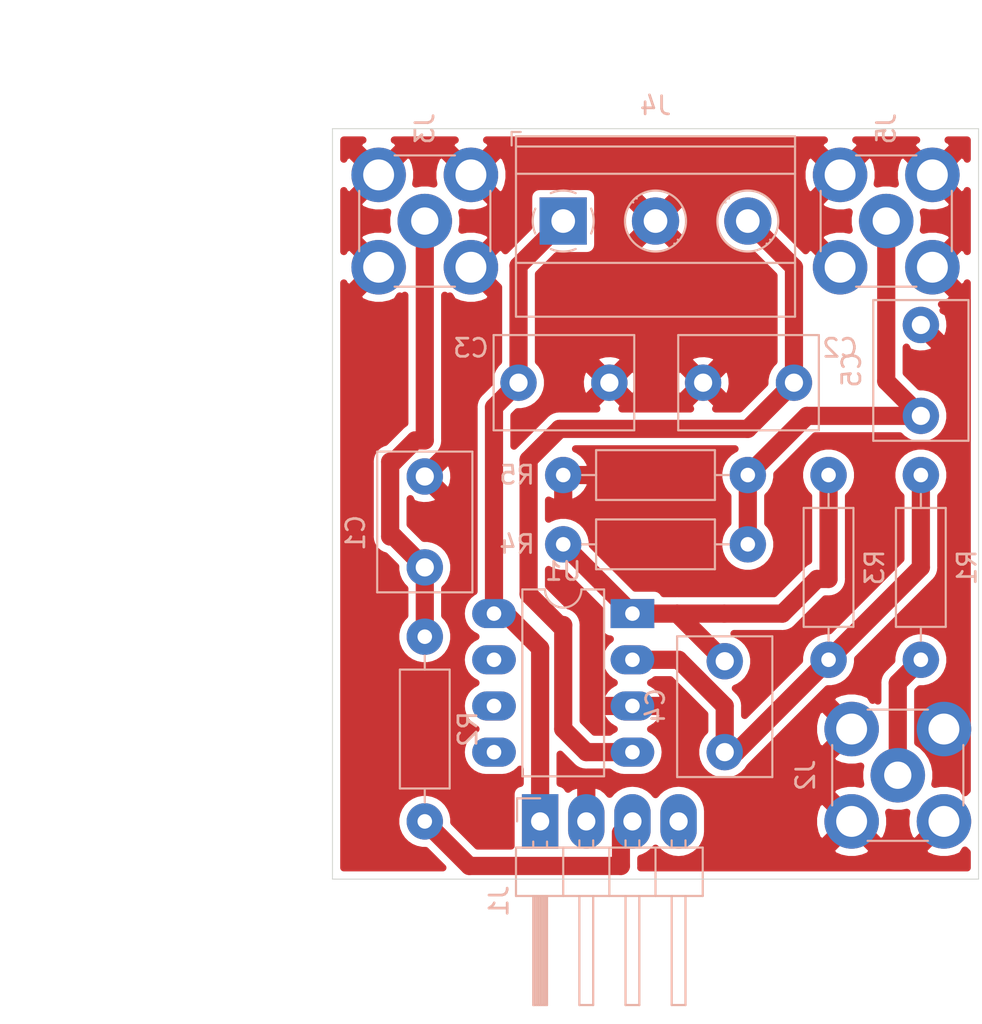
<source format=kicad_pcb>
(kicad_pcb (version 20171130) (host pcbnew "(5.1.9)-1")

  (general
    (thickness 1.6)
    (drawings 6)
    (tracks 54)
    (zones 0)
    (modules 16)
    (nets 11)
  )

  (page A4)
  (layers
    (0 F.Cu signal)
    (31 B.Cu signal)
    (32 B.Adhes user)
    (33 F.Adhes user)
    (34 B.Paste user)
    (35 F.Paste user)
    (36 B.SilkS user)
    (37 F.SilkS user)
    (38 B.Mask user)
    (39 F.Mask user)
    (40 Dwgs.User user)
    (41 Cmts.User user)
    (42 Eco1.User user)
    (43 Eco2.User user)
    (44 Edge.Cuts user)
    (45 Margin user)
    (46 B.CrtYd user)
    (47 F.CrtYd user)
    (48 B.Fab user)
    (49 F.Fab user hide)
  )

  (setup
    (last_trace_width 0.25)
    (user_trace_width 0.5)
    (user_trace_width 0.7)
    (user_trace_width 1)
    (trace_clearance 0.2)
    (zone_clearance 0.4)
    (zone_45_only yes)
    (trace_min 0.2)
    (via_size 0.8)
    (via_drill 0.4)
    (via_min_size 0.4)
    (via_min_drill 0.3)
    (user_via 2 0.8)
    (uvia_size 0.3)
    (uvia_drill 0.1)
    (uvias_allowed no)
    (uvia_min_size 0.2)
    (uvia_min_drill 0.1)
    (edge_width 0.05)
    (segment_width 0.2)
    (pcb_text_width 0.3)
    (pcb_text_size 1.5 1.5)
    (mod_edge_width 0.12)
    (mod_text_size 1 1)
    (mod_text_width 0.15)
    (pad_size 3 3)
    (pad_drill 1.7)
    (pad_to_mask_clearance 0)
    (aux_axis_origin 0 0)
    (visible_elements 7FFFFFFF)
    (pcbplotparams
      (layerselection 0x01000_7fffffff)
      (usegerberextensions false)
      (usegerberattributes true)
      (usegerberadvancedattributes true)
      (creategerberjobfile true)
      (excludeedgelayer true)
      (linewidth 0.100000)
      (plotframeref false)
      (viasonmask false)
      (mode 1)
      (useauxorigin false)
      (hpglpennumber 1)
      (hpglpenspeed 20)
      (hpglpendiameter 15.000000)
      (psnegative false)
      (psa4output false)
      (plotreference true)
      (plotvalue true)
      (plotinvisibletext false)
      (padsonsilk false)
      (subtractmaskfromsilk false)
      (outputformat 1)
      (mirror false)
      (drillshape 0)
      (scaleselection 1)
      (outputdirectory "Gerber/"))
  )

  (net 0 "")
  (net 1 GND)
  (net 2 "Net-(C1-Pad1)")
  (net 3 "Net-(C4-Pad2)")
  (net 4 "Net-(C4-Pad1)")
  (net 5 "Net-(C5-Pad1)")
  (net 6 Blue)
  (net 7 White)
  (net 8 +12V)
  (net 9 "Net-(J2-Pad1)")
  (net 10 -12V)

  (net_class Default "This is the default net class."
    (clearance 0.2)
    (trace_width 0.25)
    (via_dia 0.8)
    (via_drill 0.4)
    (uvia_dia 0.3)
    (uvia_drill 0.1)
    (add_net +12V)
    (add_net -12V)
    (add_net Blue)
    (add_net GND)
    (add_net "Net-(C1-Pad1)")
    (add_net "Net-(C4-Pad1)")
    (add_net "Net-(C4-Pad2)")
    (add_net "Net-(C5-Pad1)")
    (add_net "Net-(J2-Pad1)")
    (add_net White)
  )

  (module Resistor_THT:R_Axial_DIN0207_L6.3mm_D2.5mm_P10.16mm_Horizontal (layer B.Cu) (tedit 6182A4C7) (tstamp 6182D257)
    (at 149.86 142.875 180)
    (descr "Resistor, Axial_DIN0207 series, Axial, Horizontal, pin pitch=10.16mm, 0.25W = 1/4W, length*diameter=6.3*2.5mm^2, http://cdn-reichelt.de/documents/datenblatt/B400/1_4W%23YAG.pdf")
    (tags "Resistor Axial_DIN0207 series Axial Horizontal pin pitch 10.16mm 0.25W = 1/4W length 6.3mm diameter 2.5mm")
    (path /6182EA69)
    (fp_text reference R5 (at 12.7 0 180) (layer B.SilkS)
      (effects (font (size 1 1) (thickness 0.15)) (justify mirror))
    )
    (fp_text value "1.1 kOhm" (at 5.08 -2.37 180) (layer B.Fab)
      (effects (font (size 1 1) (thickness 0.15)) (justify mirror))
    )
    (fp_line (start 1.93 1.25) (end 1.93 -1.25) (layer B.Fab) (width 0.1))
    (fp_line (start 1.93 -1.25) (end 8.23 -1.25) (layer B.Fab) (width 0.1))
    (fp_line (start 8.23 -1.25) (end 8.23 1.25) (layer B.Fab) (width 0.1))
    (fp_line (start 8.23 1.25) (end 1.93 1.25) (layer B.Fab) (width 0.1))
    (fp_line (start 0 0) (end 1.93 0) (layer B.Fab) (width 0.1))
    (fp_line (start 10.16 0) (end 8.23 0) (layer B.Fab) (width 0.1))
    (fp_line (start 1.81 1.37) (end 1.81 -1.37) (layer B.SilkS) (width 0.12))
    (fp_line (start 1.81 -1.37) (end 8.35 -1.37) (layer B.SilkS) (width 0.12))
    (fp_line (start 8.35 -1.37) (end 8.35 1.37) (layer B.SilkS) (width 0.12))
    (fp_line (start 8.35 1.37) (end 1.81 1.37) (layer B.SilkS) (width 0.12))
    (fp_line (start 1.04 0) (end 1.81 0) (layer B.SilkS) (width 0.12))
    (fp_line (start 9.12 0) (end 8.35 0) (layer B.SilkS) (width 0.12))
    (fp_line (start -1.05 1.5) (end -1.05 -1.5) (layer B.CrtYd) (width 0.05))
    (fp_line (start -1.05 -1.5) (end 11.21 -1.5) (layer B.CrtYd) (width 0.05))
    (fp_line (start 11.21 -1.5) (end 11.21 1.5) (layer B.CrtYd) (width 0.05))
    (fp_line (start 11.21 1.5) (end -1.05 1.5) (layer B.CrtYd) (width 0.05))
    (fp_text user %R (at 5.08 0 180) (layer B.Fab)
      (effects (font (size 1 1) (thickness 0.15)) (justify mirror))
    )
    (pad 2 thru_hole oval (at 10.16 0 180) (size 2 2) (drill 0.8) (layers *.Cu *.Mask)
      (net 1 GND) (zone_connect 1))
    (pad 1 thru_hole circle (at 0 0 180) (size 2 2) (drill 0.8) (layers *.Cu *.Mask)
      (net 5 "Net-(C5-Pad1)"))
    (model ${KISYS3DMOD}/Resistor_THT.3dshapes/R_Axial_DIN0207_L6.3mm_D2.5mm_P10.16mm_Horizontal.wrl
      (at (xyz 0 0 0))
      (scale (xyz 1 1 1))
      (rotate (xyz 0 0 0))
    )
  )

  (module Connector_PinHeader_2.54mm:PinHeader_1x04_P2.54mm_Horizontal (layer B.Cu) (tedit 6182A305) (tstamp 6182C790)
    (at 138.43 161.925 270)
    (descr "Through hole angled pin header, 1x04, 2.54mm pitch, 6mm pin length, single row")
    (tags "Through hole angled pin header THT 1x04 2.54mm single row")
    (path /6185C21C)
    (fp_text reference J1 (at 4.385 2.27 90) (layer B.SilkS)
      (effects (font (size 1 1) (thickness 0.15)) (justify mirror))
    )
    (fp_text value Conn_01x04_Male (at 4.385 -9.89 90) (layer B.Fab)
      (effects (font (size 1 1) (thickness 0.15)) (justify mirror))
    )
    (fp_line (start 2.135 1.27) (end 4.04 1.27) (layer B.Fab) (width 0.1))
    (fp_line (start 4.04 1.27) (end 4.04 -8.89) (layer B.Fab) (width 0.1))
    (fp_line (start 4.04 -8.89) (end 1.5 -8.89) (layer B.Fab) (width 0.1))
    (fp_line (start 1.5 -8.89) (end 1.5 0.635) (layer B.Fab) (width 0.1))
    (fp_line (start 1.5 0.635) (end 2.135 1.27) (layer B.Fab) (width 0.1))
    (fp_line (start -0.32 0.32) (end 1.5 0.32) (layer B.Fab) (width 0.1))
    (fp_line (start -0.32 0.32) (end -0.32 -0.32) (layer B.Fab) (width 0.1))
    (fp_line (start -0.32 -0.32) (end 1.5 -0.32) (layer B.Fab) (width 0.1))
    (fp_line (start 4.04 0.32) (end 10.04 0.32) (layer B.Fab) (width 0.1))
    (fp_line (start 10.04 0.32) (end 10.04 -0.32) (layer B.Fab) (width 0.1))
    (fp_line (start 4.04 -0.32) (end 10.04 -0.32) (layer B.Fab) (width 0.1))
    (fp_line (start -0.32 -2.22) (end 1.5 -2.22) (layer B.Fab) (width 0.1))
    (fp_line (start -0.32 -2.22) (end -0.32 -2.86) (layer B.Fab) (width 0.1))
    (fp_line (start -0.32 -2.86) (end 1.5 -2.86) (layer B.Fab) (width 0.1))
    (fp_line (start 4.04 -2.22) (end 10.04 -2.22) (layer B.Fab) (width 0.1))
    (fp_line (start 10.04 -2.22) (end 10.04 -2.86) (layer B.Fab) (width 0.1))
    (fp_line (start 4.04 -2.86) (end 10.04 -2.86) (layer B.Fab) (width 0.1))
    (fp_line (start -0.32 -4.76) (end 1.5 -4.76) (layer B.Fab) (width 0.1))
    (fp_line (start -0.32 -4.76) (end -0.32 -5.4) (layer B.Fab) (width 0.1))
    (fp_line (start -0.32 -5.4) (end 1.5 -5.4) (layer B.Fab) (width 0.1))
    (fp_line (start 4.04 -4.76) (end 10.04 -4.76) (layer B.Fab) (width 0.1))
    (fp_line (start 10.04 -4.76) (end 10.04 -5.4) (layer B.Fab) (width 0.1))
    (fp_line (start 4.04 -5.4) (end 10.04 -5.4) (layer B.Fab) (width 0.1))
    (fp_line (start -0.32 -7.3) (end 1.5 -7.3) (layer B.Fab) (width 0.1))
    (fp_line (start -0.32 -7.3) (end -0.32 -7.94) (layer B.Fab) (width 0.1))
    (fp_line (start -0.32 -7.94) (end 1.5 -7.94) (layer B.Fab) (width 0.1))
    (fp_line (start 4.04 -7.3) (end 10.04 -7.3) (layer B.Fab) (width 0.1))
    (fp_line (start 10.04 -7.3) (end 10.04 -7.94) (layer B.Fab) (width 0.1))
    (fp_line (start 4.04 -7.94) (end 10.04 -7.94) (layer B.Fab) (width 0.1))
    (fp_line (start 1.44 1.33) (end 1.44 -8.95) (layer B.SilkS) (width 0.12))
    (fp_line (start 1.44 -8.95) (end 4.1 -8.95) (layer B.SilkS) (width 0.12))
    (fp_line (start 4.1 -8.95) (end 4.1 1.33) (layer B.SilkS) (width 0.12))
    (fp_line (start 4.1 1.33) (end 1.44 1.33) (layer B.SilkS) (width 0.12))
    (fp_line (start 4.1 0.38) (end 10.1 0.38) (layer B.SilkS) (width 0.12))
    (fp_line (start 10.1 0.38) (end 10.1 -0.38) (layer B.SilkS) (width 0.12))
    (fp_line (start 10.1 -0.38) (end 4.1 -0.38) (layer B.SilkS) (width 0.12))
    (fp_line (start 4.1 0.32) (end 10.1 0.32) (layer B.SilkS) (width 0.12))
    (fp_line (start 4.1 0.2) (end 10.1 0.2) (layer B.SilkS) (width 0.12))
    (fp_line (start 4.1 0.08) (end 10.1 0.08) (layer B.SilkS) (width 0.12))
    (fp_line (start 4.1 -0.04) (end 10.1 -0.04) (layer B.SilkS) (width 0.12))
    (fp_line (start 4.1 -0.16) (end 10.1 -0.16) (layer B.SilkS) (width 0.12))
    (fp_line (start 4.1 -0.28) (end 10.1 -0.28) (layer B.SilkS) (width 0.12))
    (fp_line (start 1.11 0.38) (end 1.44 0.38) (layer B.SilkS) (width 0.12))
    (fp_line (start 1.11 -0.38) (end 1.44 -0.38) (layer B.SilkS) (width 0.12))
    (fp_line (start 1.44 -1.27) (end 4.1 -1.27) (layer B.SilkS) (width 0.12))
    (fp_line (start 4.1 -2.16) (end 10.1 -2.16) (layer B.SilkS) (width 0.12))
    (fp_line (start 10.1 -2.16) (end 10.1 -2.92) (layer B.SilkS) (width 0.12))
    (fp_line (start 10.1 -2.92) (end 4.1 -2.92) (layer B.SilkS) (width 0.12))
    (fp_line (start 1.042929 -2.16) (end 1.44 -2.16) (layer B.SilkS) (width 0.12))
    (fp_line (start 1.042929 -2.92) (end 1.44 -2.92) (layer B.SilkS) (width 0.12))
    (fp_line (start 1.44 -3.81) (end 4.1 -3.81) (layer B.SilkS) (width 0.12))
    (fp_line (start 4.1 -4.7) (end 10.1 -4.7) (layer B.SilkS) (width 0.12))
    (fp_line (start 10.1 -4.7) (end 10.1 -5.46) (layer B.SilkS) (width 0.12))
    (fp_line (start 10.1 -5.46) (end 4.1 -5.46) (layer B.SilkS) (width 0.12))
    (fp_line (start 1.042929 -4.7) (end 1.44 -4.7) (layer B.SilkS) (width 0.12))
    (fp_line (start 1.042929 -5.46) (end 1.44 -5.46) (layer B.SilkS) (width 0.12))
    (fp_line (start 1.44 -6.35) (end 4.1 -6.35) (layer B.SilkS) (width 0.12))
    (fp_line (start 4.1 -7.24) (end 10.1 -7.24) (layer B.SilkS) (width 0.12))
    (fp_line (start 10.1 -7.24) (end 10.1 -8) (layer B.SilkS) (width 0.12))
    (fp_line (start 10.1 -8) (end 4.1 -8) (layer B.SilkS) (width 0.12))
    (fp_line (start 1.042929 -7.24) (end 1.44 -7.24) (layer B.SilkS) (width 0.12))
    (fp_line (start 1.042929 -8) (end 1.44 -8) (layer B.SilkS) (width 0.12))
    (fp_line (start -1.27 0) (end -1.27 1.27) (layer B.SilkS) (width 0.12))
    (fp_line (start -1.27 1.27) (end 0 1.27) (layer B.SilkS) (width 0.12))
    (fp_line (start -1.8 1.8) (end -1.8 -9.4) (layer B.CrtYd) (width 0.05))
    (fp_line (start -1.8 -9.4) (end 10.55 -9.4) (layer B.CrtYd) (width 0.05))
    (fp_line (start 10.55 -9.4) (end 10.55 1.8) (layer B.CrtYd) (width 0.05))
    (fp_line (start 10.55 1.8) (end -1.8 1.8) (layer B.CrtYd) (width 0.05))
    (fp_text user %R (at 2.77 -3.81 180) (layer B.Fab)
      (effects (font (size 1 1) (thickness 0.15)) (justify mirror))
    )
    (pad 4 thru_hole oval (at 0 -7.62 270) (size 3 2) (drill 1) (layers *.Cu *.Mask)
      (net 6 Blue))
    (pad 3 thru_hole oval (at 0 -5.08 270) (size 3 2) (drill 1) (layers *.Cu *.Mask)
      (net 7 White))
    (pad 2 thru_hole oval (at 0 -2.54 270) (size 3 2) (drill 1) (layers *.Cu *.Mask)
      (net 1 GND) (zone_connect 1))
    (pad 1 thru_hole rect (at 0 0 270) (size 3 2) (drill 1) (layers *.Cu *.Mask)
      (net 8 +12V))
    (model ${KISYS3DMOD}/Connector_PinHeader_2.54mm.3dshapes/PinHeader_1x04_P2.54mm_Horizontal.wrl
      (at (xyz 0 0 0))
      (scale (xyz 1 1 1))
      (rotate (xyz 0 0 0))
    )
  )

  (module Package_DIP:DIP-8_W7.62mm_LongPads (layer B.Cu) (tedit 6182A2F5) (tstamp 6182C882)
    (at 143.51 150.495 180)
    (descr "8-lead though-hole mounted DIP package, row spacing 7.62 mm (300 mils), LongPads")
    (tags "THT DIP DIL PDIP 2.54mm 7.62mm 300mil LongPads")
    (path /6181648B)
    (fp_text reference U1 (at 3.81 2.33 180) (layer B.SilkS)
      (effects (font (size 1 1) (thickness 0.15)) (justify mirror))
    )
    (fp_text value TL072 (at 3.81 -9.95 180) (layer B.Fab)
      (effects (font (size 1 1) (thickness 0.15)) (justify mirror))
    )
    (fp_line (start 9.1 1.55) (end -1.45 1.55) (layer B.CrtYd) (width 0.05))
    (fp_line (start 9.1 -9.15) (end 9.1 1.55) (layer B.CrtYd) (width 0.05))
    (fp_line (start -1.45 -9.15) (end 9.1 -9.15) (layer B.CrtYd) (width 0.05))
    (fp_line (start -1.45 1.55) (end -1.45 -9.15) (layer B.CrtYd) (width 0.05))
    (fp_line (start 6.06 1.33) (end 4.81 1.33) (layer B.SilkS) (width 0.12))
    (fp_line (start 6.06 -8.95) (end 6.06 1.33) (layer B.SilkS) (width 0.12))
    (fp_line (start 1.56 -8.95) (end 6.06 -8.95) (layer B.SilkS) (width 0.12))
    (fp_line (start 1.56 1.33) (end 1.56 -8.95) (layer B.SilkS) (width 0.12))
    (fp_line (start 2.81 1.33) (end 1.56 1.33) (layer B.SilkS) (width 0.12))
    (fp_line (start 0.635 0.27) (end 1.635 1.27) (layer B.Fab) (width 0.1))
    (fp_line (start 0.635 -8.89) (end 0.635 0.27) (layer B.Fab) (width 0.1))
    (fp_line (start 6.985 -8.89) (end 0.635 -8.89) (layer B.Fab) (width 0.1))
    (fp_line (start 6.985 1.27) (end 6.985 -8.89) (layer B.Fab) (width 0.1))
    (fp_line (start 1.635 1.27) (end 6.985 1.27) (layer B.Fab) (width 0.1))
    (fp_text user %R (at 3.81 -3.81 180) (layer B.Fab)
      (effects (font (size 1 1) (thickness 0.15)) (justify mirror))
    )
    (fp_arc (start 3.81 1.33) (end 2.81 1.33) (angle 180) (layer B.SilkS) (width 0.12))
    (pad 8 thru_hole oval (at 7.62 0 180) (size 2.4 1.6) (drill 0.8) (layers *.Cu *.Mask)
      (net 8 +12V))
    (pad 4 thru_hole oval (at 0 -7.62 180) (size 2.4 1.6) (drill 0.8) (layers *.Cu *.Mask)
      (net 10 -12V))
    (pad 7 thru_hole oval (at 7.62 -2.54 180) (size 2.4 1.6) (drill 0.8) (layers *.Cu *.Mask))
    (pad 3 thru_hole oval (at 0 -5.08 180) (size 2.4 1.6) (drill 0.8) (layers *.Cu *.Mask)
      (net 1 GND) (zone_connect 1))
    (pad 6 thru_hole oval (at 7.62 -5.08 180) (size 2.4 1.6) (drill 0.8) (layers *.Cu *.Mask))
    (pad 2 thru_hole oval (at 0 -2.54 180) (size 2.4 1.6) (drill 0.8) (layers *.Cu *.Mask)
      (net 3 "Net-(C4-Pad2)"))
    (pad 5 thru_hole oval (at 7.62 -7.62 180) (size 2.4 1.6) (drill 0.8) (layers *.Cu *.Mask))
    (pad 1 thru_hole rect (at 0 0 180) (size 2.4 1.6) (drill 0.8) (layers *.Cu *.Mask)
      (net 4 "Net-(C4-Pad1)"))
    (model ${KISYS3DMOD}/Package_DIP.3dshapes/DIP-8_W7.62mm.wrl
      (at (xyz 0 0 0))
      (scale (xyz 1 1 1))
      (rotate (xyz 0 0 0))
    )
  )

  (module Resistor_THT:R_Axial_DIN0207_L6.3mm_D2.5mm_P10.16mm_Horizontal (layer B.Cu) (tedit 6182A4C2) (tstamp 6182C866)
    (at 149.86 146.685 180)
    (descr "Resistor, Axial_DIN0207 series, Axial, Horizontal, pin pitch=10.16mm, 0.25W = 1/4W, length*diameter=6.3*2.5mm^2, http://cdn-reichelt.de/documents/datenblatt/B400/1_4W%23YAG.pdf")
    (tags "Resistor Axial_DIN0207 series Axial Horizontal pin pitch 10.16mm 0.25W = 1/4W length 6.3mm diameter 2.5mm")
    (path /61824FC9)
    (fp_text reference R4 (at 12.7 0 180) (layer B.SilkS)
      (effects (font (size 1 1) (thickness 0.15)) (justify mirror))
    )
    (fp_text value "3.3 kOhm" (at 5.08 -2.37 180) (layer B.Fab)
      (effects (font (size 1 1) (thickness 0.15)) (justify mirror))
    )
    (fp_line (start 11.21 1.5) (end -1.05 1.5) (layer B.CrtYd) (width 0.05))
    (fp_line (start 11.21 -1.5) (end 11.21 1.5) (layer B.CrtYd) (width 0.05))
    (fp_line (start -1.05 -1.5) (end 11.21 -1.5) (layer B.CrtYd) (width 0.05))
    (fp_line (start -1.05 1.5) (end -1.05 -1.5) (layer B.CrtYd) (width 0.05))
    (fp_line (start 9.12 0) (end 8.35 0) (layer B.SilkS) (width 0.12))
    (fp_line (start 1.04 0) (end 1.81 0) (layer B.SilkS) (width 0.12))
    (fp_line (start 8.35 1.37) (end 1.81 1.37) (layer B.SilkS) (width 0.12))
    (fp_line (start 8.35 -1.37) (end 8.35 1.37) (layer B.SilkS) (width 0.12))
    (fp_line (start 1.81 -1.37) (end 8.35 -1.37) (layer B.SilkS) (width 0.12))
    (fp_line (start 1.81 1.37) (end 1.81 -1.37) (layer B.SilkS) (width 0.12))
    (fp_line (start 10.16 0) (end 8.23 0) (layer B.Fab) (width 0.1))
    (fp_line (start 0 0) (end 1.93 0) (layer B.Fab) (width 0.1))
    (fp_line (start 8.23 1.25) (end 1.93 1.25) (layer B.Fab) (width 0.1))
    (fp_line (start 8.23 -1.25) (end 8.23 1.25) (layer B.Fab) (width 0.1))
    (fp_line (start 1.93 -1.25) (end 8.23 -1.25) (layer B.Fab) (width 0.1))
    (fp_line (start 1.93 1.25) (end 1.93 -1.25) (layer B.Fab) (width 0.1))
    (fp_text user %R (at 5.08 0 180) (layer B.Fab)
      (effects (font (size 1 1) (thickness 0.15)) (justify mirror))
    )
    (pad 2 thru_hole oval (at 10.16 0 180) (size 2 2) (drill 0.8) (layers *.Cu *.Mask)
      (net 4 "Net-(C4-Pad1)"))
    (pad 1 thru_hole circle (at 0 0 180) (size 2 2) (drill 0.8) (layers *.Cu *.Mask)
      (net 5 "Net-(C5-Pad1)"))
    (model ${KISYS3DMOD}/Resistor_THT.3dshapes/R_Axial_DIN0207_L6.3mm_D2.5mm_P10.16mm_Horizontal.wrl
      (at (xyz 0 0 0))
      (scale (xyz 1 1 1))
      (rotate (xyz 0 0 0))
    )
  )

  (module Resistor_THT:R_Axial_DIN0207_L6.3mm_D2.5mm_P10.16mm_Horizontal (layer B.Cu) (tedit 6182A4A3) (tstamp 6182C84F)
    (at 154.305 142.875 270)
    (descr "Resistor, Axial_DIN0207 series, Axial, Horizontal, pin pitch=10.16mm, 0.25W = 1/4W, length*diameter=6.3*2.5mm^2, http://cdn-reichelt.de/documents/datenblatt/B400/1_4W%23YAG.pdf")
    (tags "Resistor Axial_DIN0207 series Axial Horizontal pin pitch 10.16mm 0.25W = 1/4W length 6.3mm diameter 2.5mm")
    (path /61822177)
    (fp_text reference R3 (at 5.08 -2.54 90) (layer B.SilkS)
      (effects (font (size 1 1) (thickness 0.15)) (justify mirror))
    )
    (fp_text value "100 kOhm" (at 5.08 -2.37 90) (layer B.Fab)
      (effects (font (size 1 1) (thickness 0.15)) (justify mirror))
    )
    (fp_line (start 11.21 1.5) (end -1.05 1.5) (layer B.CrtYd) (width 0.05))
    (fp_line (start 11.21 -1.5) (end 11.21 1.5) (layer B.CrtYd) (width 0.05))
    (fp_line (start -1.05 -1.5) (end 11.21 -1.5) (layer B.CrtYd) (width 0.05))
    (fp_line (start -1.05 1.5) (end -1.05 -1.5) (layer B.CrtYd) (width 0.05))
    (fp_line (start 9.12 0) (end 8.35 0) (layer B.SilkS) (width 0.12))
    (fp_line (start 1.04 0) (end 1.81 0) (layer B.SilkS) (width 0.12))
    (fp_line (start 8.35 1.37) (end 1.81 1.37) (layer B.SilkS) (width 0.12))
    (fp_line (start 8.35 -1.37) (end 8.35 1.37) (layer B.SilkS) (width 0.12))
    (fp_line (start 1.81 -1.37) (end 8.35 -1.37) (layer B.SilkS) (width 0.12))
    (fp_line (start 1.81 1.37) (end 1.81 -1.37) (layer B.SilkS) (width 0.12))
    (fp_line (start 10.16 0) (end 8.23 0) (layer B.Fab) (width 0.1))
    (fp_line (start 0 0) (end 1.93 0) (layer B.Fab) (width 0.1))
    (fp_line (start 8.23 1.25) (end 1.93 1.25) (layer B.Fab) (width 0.1))
    (fp_line (start 8.23 -1.25) (end 8.23 1.25) (layer B.Fab) (width 0.1))
    (fp_line (start 1.93 -1.25) (end 8.23 -1.25) (layer B.Fab) (width 0.1))
    (fp_line (start 1.93 1.25) (end 1.93 -1.25) (layer B.Fab) (width 0.1))
    (fp_text user %R (at 5.08 0 90) (layer B.Fab)
      (effects (font (size 1 1) (thickness 0.15)) (justify mirror))
    )
    (pad 2 thru_hole oval (at 10.16 0 270) (size 2 2) (drill 0.8) (layers *.Cu *.Mask)
      (net 3 "Net-(C4-Pad2)"))
    (pad 1 thru_hole circle (at 0 0 270) (size 2 2) (drill 0.8) (layers *.Cu *.Mask)
      (net 4 "Net-(C4-Pad1)"))
    (model ${KISYS3DMOD}/Resistor_THT.3dshapes/R_Axial_DIN0207_L6.3mm_D2.5mm_P10.16mm_Horizontal.wrl
      (at (xyz 0 0 0))
      (scale (xyz 1 1 1))
      (rotate (xyz 0 0 0))
    )
  )

  (module Resistor_THT:R_Axial_DIN0207_L6.3mm_D2.5mm_P10.16mm_Horizontal (layer B.Cu) (tedit 6182A4DD) (tstamp 6182C838)
    (at 132.08 161.925 90)
    (descr "Resistor, Axial_DIN0207 series, Axial, Horizontal, pin pitch=10.16mm, 0.25W = 1/4W, length*diameter=6.3*2.5mm^2, http://cdn-reichelt.de/documents/datenblatt/B400/1_4W%23YAG.pdf")
    (tags "Resistor Axial_DIN0207 series Axial Horizontal pin pitch 10.16mm 0.25W = 1/4W length 6.3mm diameter 2.5mm")
    (path /61861EF1)
    (fp_text reference R2 (at 5.08 2.37 90) (layer B.SilkS)
      (effects (font (size 1 1) (thickness 0.15)) (justify mirror))
    )
    (fp_text value "1 kOhm" (at 5.08 -2.37 90) (layer B.Fab)
      (effects (font (size 1 1) (thickness 0.15)) (justify mirror))
    )
    (fp_line (start 11.21 1.5) (end -1.05 1.5) (layer B.CrtYd) (width 0.05))
    (fp_line (start 11.21 -1.5) (end 11.21 1.5) (layer B.CrtYd) (width 0.05))
    (fp_line (start -1.05 -1.5) (end 11.21 -1.5) (layer B.CrtYd) (width 0.05))
    (fp_line (start -1.05 1.5) (end -1.05 -1.5) (layer B.CrtYd) (width 0.05))
    (fp_line (start 9.12 0) (end 8.35 0) (layer B.SilkS) (width 0.12))
    (fp_line (start 1.04 0) (end 1.81 0) (layer B.SilkS) (width 0.12))
    (fp_line (start 8.35 1.37) (end 1.81 1.37) (layer B.SilkS) (width 0.12))
    (fp_line (start 8.35 -1.37) (end 8.35 1.37) (layer B.SilkS) (width 0.12))
    (fp_line (start 1.81 -1.37) (end 8.35 -1.37) (layer B.SilkS) (width 0.12))
    (fp_line (start 1.81 1.37) (end 1.81 -1.37) (layer B.SilkS) (width 0.12))
    (fp_line (start 10.16 0) (end 8.23 0) (layer B.Fab) (width 0.1))
    (fp_line (start 0 0) (end 1.93 0) (layer B.Fab) (width 0.1))
    (fp_line (start 8.23 1.25) (end 1.93 1.25) (layer B.Fab) (width 0.1))
    (fp_line (start 8.23 -1.25) (end 8.23 1.25) (layer B.Fab) (width 0.1))
    (fp_line (start 1.93 -1.25) (end 8.23 -1.25) (layer B.Fab) (width 0.1))
    (fp_line (start 1.93 1.25) (end 1.93 -1.25) (layer B.Fab) (width 0.1))
    (fp_text user %R (at 5.08 0 90) (layer B.Fab)
      (effects (font (size 1 1) (thickness 0.15)) (justify mirror))
    )
    (pad 2 thru_hole oval (at 10.16 0 90) (size 2 2) (drill 0.8) (layers *.Cu *.Mask)
      (net 2 "Net-(C1-Pad1)"))
    (pad 1 thru_hole circle (at 0 0 90) (size 2 2) (drill 0.8) (layers *.Cu *.Mask)
      (net 7 White))
    (model ${KISYS3DMOD}/Resistor_THT.3dshapes/R_Axial_DIN0207_L6.3mm_D2.5mm_P10.16mm_Horizontal.wrl
      (at (xyz 0 0 0))
      (scale (xyz 1 1 1))
      (rotate (xyz 0 0 0))
    )
  )

  (module Resistor_THT:R_Axial_DIN0207_L6.3mm_D2.5mm_P10.16mm_Horizontal (layer B.Cu) (tedit 6182A498) (tstamp 6182C821)
    (at 159.385 142.875 270)
    (descr "Resistor, Axial_DIN0207 series, Axial, Horizontal, pin pitch=10.16mm, 0.25W = 1/4W, length*diameter=6.3*2.5mm^2, http://cdn-reichelt.de/documents/datenblatt/B400/1_4W%23YAG.pdf")
    (tags "Resistor Axial_DIN0207 series Axial Horizontal pin pitch 10.16mm 0.25W = 1/4W length 6.3mm diameter 2.5mm")
    (path /618210D1)
    (fp_text reference R1 (at 5.08 -2.54 90) (layer B.SilkS)
      (effects (font (size 1 1) (thickness 0.15)) (justify mirror))
    )
    (fp_text value "100 Ohm" (at 5.08 -2.37 90) (layer B.Fab)
      (effects (font (size 1 1) (thickness 0.15)) (justify mirror))
    )
    (fp_line (start 11.21 1.5) (end -1.05 1.5) (layer B.CrtYd) (width 0.05))
    (fp_line (start 11.21 -1.5) (end 11.21 1.5) (layer B.CrtYd) (width 0.05))
    (fp_line (start -1.05 -1.5) (end 11.21 -1.5) (layer B.CrtYd) (width 0.05))
    (fp_line (start -1.05 1.5) (end -1.05 -1.5) (layer B.CrtYd) (width 0.05))
    (fp_line (start 9.12 0) (end 8.35 0) (layer B.SilkS) (width 0.12))
    (fp_line (start 1.04 0) (end 1.81 0) (layer B.SilkS) (width 0.12))
    (fp_line (start 8.35 1.37) (end 1.81 1.37) (layer B.SilkS) (width 0.12))
    (fp_line (start 8.35 -1.37) (end 8.35 1.37) (layer B.SilkS) (width 0.12))
    (fp_line (start 1.81 -1.37) (end 8.35 -1.37) (layer B.SilkS) (width 0.12))
    (fp_line (start 1.81 1.37) (end 1.81 -1.37) (layer B.SilkS) (width 0.12))
    (fp_line (start 10.16 0) (end 8.23 0) (layer B.Fab) (width 0.1))
    (fp_line (start 0 0) (end 1.93 0) (layer B.Fab) (width 0.1))
    (fp_line (start 8.23 1.25) (end 1.93 1.25) (layer B.Fab) (width 0.1))
    (fp_line (start 8.23 -1.25) (end 8.23 1.25) (layer B.Fab) (width 0.1))
    (fp_line (start 1.93 -1.25) (end 8.23 -1.25) (layer B.Fab) (width 0.1))
    (fp_line (start 1.93 1.25) (end 1.93 -1.25) (layer B.Fab) (width 0.1))
    (fp_text user %R (at 5.08 0 90) (layer B.Fab)
      (effects (font (size 1 1) (thickness 0.15)) (justify mirror))
    )
    (pad 2 thru_hole oval (at 10.16 0 270) (size 2 2) (drill 0.8) (layers *.Cu *.Mask)
      (net 9 "Net-(J2-Pad1)"))
    (pad 1 thru_hole circle (at 0 0 270) (size 2 2) (drill 0.8) (layers *.Cu *.Mask)
      (net 3 "Net-(C4-Pad2)"))
    (model ${KISYS3DMOD}/Resistor_THT.3dshapes/R_Axial_DIN0207_L6.3mm_D2.5mm_P10.16mm_Horizontal.wrl
      (at (xyz 0 0 0))
      (scale (xyz 1 1 1))
      (rotate (xyz 0 0 0))
    )
  )

  (module Connector_Coaxial:SMA_Amphenol_132291-12_Vertical (layer B.Cu) (tedit 6182A2B7) (tstamp 6182C80A)
    (at 157.48 128.905 90)
    (descr https://www.amphenolrf.com/downloads/dl/file/id/1688/product/3020/132291_12_customer_drawing.pdf)
    (tags "SMA THT Female Jack Vertical Bulkhead")
    (path /61829AF5)
    (fp_text reference J5 (at 5.08 0 90) (layer B.SilkS)
      (effects (font (size 1 1) (thickness 0.15)) (justify mirror))
    )
    (fp_text value Conn_Coaxial (at 0 -5 90) (layer B.Fab)
      (effects (font (size 1 1) (thickness 0.15)) (justify mirror))
    )
    (fp_line (start 1.66 -3.61) (end -1.66 -3.61) (layer B.SilkS) (width 0.12))
    (fp_line (start 1.66 3.61) (end -1.66 3.61) (layer B.SilkS) (width 0.12))
    (fp_line (start -3.61 1.66) (end -3.61 -1.66) (layer B.SilkS) (width 0.12))
    (fp_line (start 3.61 1.66) (end 3.61 -1.66) (layer B.SilkS) (width 0.12))
    (fp_line (start 3.5 3.5) (end 3.5 -3.5) (layer B.Fab) (width 0.1))
    (fp_line (start -3.5 -3.5) (end 3.5 -3.5) (layer B.Fab) (width 0.1))
    (fp_line (start -3.5 3.5) (end -3.5 -3.5) (layer B.Fab) (width 0.1))
    (fp_line (start -3.5 3.5) (end 3.5 3.5) (layer B.Fab) (width 0.1))
    (fp_line (start -4.17 4.17) (end 4.17 4.17) (layer B.CrtYd) (width 0.05))
    (fp_line (start -4.17 4.17) (end -4.17 -4.17) (layer B.CrtYd) (width 0.05))
    (fp_line (start 4.17 -4.17) (end 4.17 4.17) (layer B.CrtYd) (width 0.05))
    (fp_line (start 4.17 -4.17) (end -4.17 -4.17) (layer B.CrtYd) (width 0.05))
    (fp_circle (center 0 0) (end 3.175 0) (layer B.Fab) (width 0.1))
    (fp_text user %R (at 0 0 90) (layer B.Fab)
      (effects (font (size 1 1) (thickness 0.15)) (justify mirror))
    )
    (pad 2 thru_hole circle (at -2.54 -2.54 90) (size 3 3) (drill 1.7) (layers *.Cu *.Mask)
      (net 1 GND) (zone_connect 1))
    (pad 2 thru_hole circle (at -2.54 2.54 90) (size 3 3) (drill 1.7) (layers *.Cu *.Mask)
      (net 1 GND) (zone_connect 1))
    (pad 2 thru_hole circle (at 2.54 2.54 90) (size 3 3) (drill 1.7) (layers *.Cu *.Mask)
      (net 1 GND) (zone_connect 1))
    (pad 2 thru_hole circle (at 2.54 -2.54 90) (size 3 3) (drill 1.7) (layers *.Cu *.Mask)
      (net 1 GND) (zone_connect 1))
    (pad 1 thru_hole circle (at 0 0 90) (size 3 3) (drill 1.5) (layers *.Cu *.Mask)
      (net 5 "Net-(C5-Pad1)"))
    (model ${KISYS3DMOD}/Connector_Coaxial.3dshapes/SMA_Amphenol_132291-12_Vertical.wrl
      (at (xyz 0 0 0))
      (scale (xyz 1 1 1))
      (rotate (xyz 0 0 0))
    )
  )

  (module TerminalBlock_Phoenix:TerminalBlock_Phoenix_MKDS-1,5-3-5.08_1x03_P5.08mm_Horizontal (layer B.Cu) (tedit 6182A2E6) (tstamp 6182C7F3)
    (at 139.7 128.905)
    (descr "Terminal Block Phoenix MKDS-1,5-3-5.08, 3 pins, pitch 5.08mm, size 15.2x9.8mm^2, drill diamater 1.3mm, pad diameter 2.6mm, see http://www.farnell.com/datasheets/100425.pdf, script-generated using https://github.com/pointhi/kicad-footprint-generator/scripts/TerminalBlock_Phoenix")
    (tags "THT Terminal Block Phoenix MKDS-1,5-3-5.08 pitch 5.08mm size 15.2x9.8mm^2 drill 1.3mm pad 2.6mm")
    (path /6182C552)
    (fp_text reference J4 (at 5.08 -6.35 180) (layer B.SilkS)
      (effects (font (size 1 1) (thickness 0.15)) (justify mirror))
    )
    (fp_text value Screw_Terminal_01x03 (at 5.08 -5.66 180) (layer B.Fab)
      (effects (font (size 1 1) (thickness 0.15)) (justify mirror))
    )
    (fp_line (start 13.21 5.71) (end -3.04 5.71) (layer B.CrtYd) (width 0.05))
    (fp_line (start 13.21 -5.1) (end 13.21 5.71) (layer B.CrtYd) (width 0.05))
    (fp_line (start -3.04 -5.1) (end 13.21 -5.1) (layer B.CrtYd) (width 0.05))
    (fp_line (start -3.04 5.71) (end -3.04 -5.1) (layer B.CrtYd) (width 0.05))
    (fp_line (start -2.84 -4.9) (end -2.34 -4.9) (layer B.SilkS) (width 0.12))
    (fp_line (start -2.84 -4.16) (end -2.84 -4.9) (layer B.SilkS) (width 0.12))
    (fp_line (start 8.933 -1.023) (end 8.886 -1.069) (layer B.SilkS) (width 0.12))
    (fp_line (start 11.23 1.275) (end 11.195 1.239) (layer B.SilkS) (width 0.12))
    (fp_line (start 9.126 -1.239) (end 9.091 -1.274) (layer B.SilkS) (width 0.12))
    (fp_line (start 11.435 1.069) (end 11.388 1.023) (layer B.SilkS) (width 0.12))
    (fp_line (start 11.115 1.138) (end 9.023 -0.955) (layer B.Fab) (width 0.1))
    (fp_line (start 11.298 0.955) (end 9.206 -1.138) (layer B.Fab) (width 0.1))
    (fp_line (start 3.853 -1.023) (end 3.806 -1.069) (layer B.SilkS) (width 0.12))
    (fp_line (start 6.15 1.275) (end 6.115 1.239) (layer B.SilkS) (width 0.12))
    (fp_line (start 4.046 -1.239) (end 4.011 -1.274) (layer B.SilkS) (width 0.12))
    (fp_line (start 6.355 1.069) (end 6.308 1.023) (layer B.SilkS) (width 0.12))
    (fp_line (start 6.035 1.138) (end 3.943 -0.955) (layer B.Fab) (width 0.1))
    (fp_line (start 6.218 0.955) (end 4.126 -1.138) (layer B.Fab) (width 0.1))
    (fp_line (start 0.955 1.138) (end -1.138 -0.955) (layer B.Fab) (width 0.1))
    (fp_line (start 1.138 0.955) (end -0.955 -1.138) (layer B.Fab) (width 0.1))
    (fp_line (start 12.76 5.261) (end 12.76 -4.66) (layer B.SilkS) (width 0.12))
    (fp_line (start -2.6 5.261) (end -2.6 -4.66) (layer B.SilkS) (width 0.12))
    (fp_line (start -2.6 -4.66) (end 12.76 -4.66) (layer B.SilkS) (width 0.12))
    (fp_line (start -2.6 5.261) (end 12.76 5.261) (layer B.SilkS) (width 0.12))
    (fp_line (start -2.6 2.301) (end 12.76 2.301) (layer B.SilkS) (width 0.12))
    (fp_line (start -2.54 2.3) (end 12.7 2.3) (layer B.Fab) (width 0.1))
    (fp_line (start -2.6 -2.6) (end 12.76 -2.6) (layer B.SilkS) (width 0.12))
    (fp_line (start -2.54 -2.6) (end 12.7 -2.6) (layer B.Fab) (width 0.1))
    (fp_line (start -2.6 -4.1) (end 12.76 -4.1) (layer B.SilkS) (width 0.12))
    (fp_line (start -2.54 -4.1) (end 12.7 -4.1) (layer B.Fab) (width 0.1))
    (fp_line (start -2.54 -4.1) (end -2.54 5.2) (layer B.Fab) (width 0.1))
    (fp_line (start -2.04 -4.6) (end -2.54 -4.1) (layer B.Fab) (width 0.1))
    (fp_line (start 12.7 -4.6) (end -2.04 -4.6) (layer B.Fab) (width 0.1))
    (fp_line (start 12.7 5.2) (end 12.7 -4.6) (layer B.Fab) (width 0.1))
    (fp_line (start -2.54 5.2) (end 12.7 5.2) (layer B.Fab) (width 0.1))
    (fp_circle (center 10.16 0) (end 11.84 0) (layer B.SilkS) (width 0.12))
    (fp_circle (center 10.16 0) (end 11.66 0) (layer B.Fab) (width 0.1))
    (fp_circle (center 5.08 0) (end 6.76 0) (layer B.SilkS) (width 0.12))
    (fp_circle (center 5.08 0) (end 6.58 0) (layer B.Fab) (width 0.1))
    (fp_circle (center 0 0) (end 1.5 0) (layer B.Fab) (width 0.1))
    (fp_text user %R (at 5.08 -3.2 180) (layer B.Fab)
      (effects (font (size 1 1) (thickness 0.15)) (justify mirror))
    )
    (fp_arc (start 0 0) (end -0.684 -1.535) (angle 25) (layer B.SilkS) (width 0.12))
    (fp_arc (start 0 0) (end -1.535 0.684) (angle 48) (layer B.SilkS) (width 0.12))
    (fp_arc (start 0 0) (end 0.684 1.535) (angle 48) (layer B.SilkS) (width 0.12))
    (fp_arc (start 0 0) (end 1.535 -0.684) (angle 48) (layer B.SilkS) (width 0.12))
    (fp_arc (start 0 0) (end 0 -1.68) (angle 24) (layer B.SilkS) (width 0.12))
    (pad 3 thru_hole circle (at 10.16 0) (size 2.6 2.6) (drill 1.3) (layers *.Cu *.Mask)
      (net 10 -12V))
    (pad 2 thru_hole circle (at 5.08 0) (size 2.6 2.6) (drill 1.3) (layers *.Cu *.Mask)
      (net 1 GND) (zone_connect 1))
    (pad 1 thru_hole rect (at 0 0) (size 2.6 2.6) (drill 1.3) (layers *.Cu *.Mask)
      (net 8 +12V))
    (model ${KISYS3DMOD}/TerminalBlock_Phoenix.3dshapes/TerminalBlock_Phoenix_MKDS-1,5-3-5.08_1x03_P5.08mm_Horizontal.wrl
      (at (xyz 0 0 0))
      (scale (xyz 1 1 1))
      (rotate (xyz 0 0 0))
    )
  )

  (module Connector_Coaxial:SMA_Amphenol_132291-12_Vertical (layer B.Cu) (tedit 61863427) (tstamp 6182C7BE)
    (at 132.08 128.905 90)
    (descr https://www.amphenolrf.com/downloads/dl/file/id/1688/product/3020/132291_12_customer_drawing.pdf)
    (tags "SMA THT Female Jack Vertical Bulkhead")
    (path /6186038E)
    (fp_text reference J3 (at 5.08 0 90) (layer B.SilkS)
      (effects (font (size 1 1) (thickness 0.15)) (justify mirror))
    )
    (fp_text value Conn_Coaxial (at 0 -5 90) (layer B.Fab)
      (effects (font (size 1 1) (thickness 0.15)) (justify mirror))
    )
    (fp_line (start 1.66 -3.61) (end -1.66 -3.61) (layer B.SilkS) (width 0.12))
    (fp_line (start 1.66 3.61) (end -1.66 3.61) (layer B.SilkS) (width 0.12))
    (fp_line (start -3.61 1.66) (end -3.61 -1.66) (layer B.SilkS) (width 0.12))
    (fp_line (start 3.61 1.66) (end 3.61 -1.66) (layer B.SilkS) (width 0.12))
    (fp_line (start 3.5 3.5) (end 3.5 -3.5) (layer B.Fab) (width 0.1))
    (fp_line (start -3.5 -3.5) (end 3.5 -3.5) (layer B.Fab) (width 0.1))
    (fp_line (start -3.5 3.5) (end -3.5 -3.5) (layer B.Fab) (width 0.1))
    (fp_line (start -3.5 3.5) (end 3.5 3.5) (layer B.Fab) (width 0.1))
    (fp_line (start -4.17 4.17) (end 4.17 4.17) (layer B.CrtYd) (width 0.05))
    (fp_line (start -4.17 4.17) (end -4.17 -4.17) (layer B.CrtYd) (width 0.05))
    (fp_line (start 4.17 -4.17) (end 4.17 4.17) (layer B.CrtYd) (width 0.05))
    (fp_line (start 4.17 -4.17) (end -4.17 -4.17) (layer B.CrtYd) (width 0.05))
    (fp_circle (center 0 0) (end 3.175 0) (layer B.Fab) (width 0.1))
    (fp_text user %R (at 0 0 90) (layer B.Fab)
      (effects (font (size 1 1) (thickness 0.15)) (justify mirror))
    )
    (pad 2 thru_hole circle (at -2.54 -2.54 90) (size 3 3) (drill 1.7) (layers *.Cu *.Mask)
      (net 1 GND) (zone_connect 1))
    (pad 2 thru_hole circle (at -2.54 2.54 90) (size 3 3) (drill 1.7) (layers *.Cu *.Mask)
      (net 1 GND) (zone_connect 1))
    (pad 2 thru_hole circle (at 2.54 2.54 90) (size 3 3) (drill 1.7) (layers *.Cu *.Mask)
      (net 1 GND) (zone_connect 1))
    (pad 2 thru_hole circle (at 2.54 -2.54 90) (size 3 3) (drill 1.7) (layers *.Cu *.Mask)
      (net 1 GND) (zone_connect 1))
    (pad 1 thru_hole circle (at 0 0 90) (size 3 3) (drill 1.5) (layers *.Cu *.Mask)
      (net 2 "Net-(C1-Pad1)"))
    (model ${KISYS3DMOD}/Connector_Coaxial.3dshapes/SMA_Amphenol_132291-12_Vertical.wrl
      (at (xyz 0 0 0))
      (scale (xyz 1 1 1))
      (rotate (xyz 0 0 0))
    )
  )

  (module Connector_Coaxial:SMA_Amphenol_132291-12_Vertical (layer B.Cu) (tedit 61867C36) (tstamp 6182C7A7)
    (at 158.115 159.385 90)
    (descr https://www.amphenolrf.com/downloads/dl/file/id/1688/product/3020/132291_12_customer_drawing.pdf)
    (tags "SMA THT Female Jack Vertical Bulkhead")
    (path /61858D60)
    (fp_text reference J2 (at 0 -5.08 90) (layer B.SilkS)
      (effects (font (size 1 1) (thickness 0.15)) (justify mirror))
    )
    (fp_text value Conn_Coaxial (at 0 -5 90) (layer B.Fab)
      (effects (font (size 1 1) (thickness 0.15)) (justify mirror))
    )
    (fp_line (start 1.66 -3.61) (end -1.66 -3.61) (layer B.SilkS) (width 0.12))
    (fp_line (start 1.66 3.61) (end -1.66 3.61) (layer B.SilkS) (width 0.12))
    (fp_line (start -3.61 1.66) (end -3.61 -1.66) (layer B.SilkS) (width 0.12))
    (fp_line (start 3.61 1.66) (end 3.61 -1.66) (layer B.SilkS) (width 0.12))
    (fp_line (start 3.5 3.5) (end 3.5 -3.5) (layer B.Fab) (width 0.1))
    (fp_line (start -3.5 -3.5) (end 3.5 -3.5) (layer B.Fab) (width 0.1))
    (fp_line (start -3.5 3.5) (end -3.5 -3.5) (layer B.Fab) (width 0.1))
    (fp_line (start -3.5 3.5) (end 3.5 3.5) (layer B.Fab) (width 0.1))
    (fp_line (start -4.17 4.17) (end 4.17 4.17) (layer B.CrtYd) (width 0.05))
    (fp_line (start -4.17 4.17) (end -4.17 -4.17) (layer B.CrtYd) (width 0.05))
    (fp_line (start 4.17 -4.17) (end 4.17 4.17) (layer B.CrtYd) (width 0.05))
    (fp_line (start 4.17 -4.17) (end -4.17 -4.17) (layer B.CrtYd) (width 0.05))
    (fp_circle (center 0 0) (end 3.175 0) (layer B.Fab) (width 0.1))
    (fp_text user %R (at 0 0 90) (layer B.Fab)
      (effects (font (size 1 1) (thickness 0.15)) (justify mirror))
    )
    (pad 2 thru_hole circle (at -2.54 -2.54 90) (size 3 3) (drill 1.7) (layers *.Cu *.Mask)
      (net 1 GND) (zone_connect 1))
    (pad 2 thru_hole circle (at -2.54 2.54 90) (size 3 3) (drill 1.7) (layers *.Cu *.Mask)
      (net 1 GND) (zone_connect 1))
    (pad 2 thru_hole circle (at 2.54 2.54 90) (size 3 3) (drill 1.7) (layers *.Cu *.Mask)
      (net 1 GND) (zone_connect 2))
    (pad 2 thru_hole circle (at 2.54 -2.54 90) (size 3 3) (drill 1.7) (layers *.Cu *.Mask)
      (net 1 GND) (zone_connect 1))
    (pad 1 thru_hole circle (at 0 0 90) (size 3 3) (drill 1.5) (layers *.Cu *.Mask)
      (net 9 "Net-(J2-Pad1)"))
    (model ${KISYS3DMOD}/Connector_Coaxial.3dshapes/SMA_Amphenol_132291-12_Vertical.wrl
      (at (xyz 0 0 0))
      (scale (xyz 1 1 1))
      (rotate (xyz 0 0 0))
    )
  )

  (module Capacitor_THT:C_Disc_D7.5mm_W5.0mm_P5.00mm (layer B.Cu) (tedit 6182A2C1) (tstamp 6182C74D)
    (at 159.385 139.62 90)
    (descr "C, Disc series, Radial, pin pitch=5.00mm, , diameter*width=7.5*5.0mm^2, Capacitor, http://www.vishay.com/docs/28535/vy2series.pdf")
    (tags "C Disc series Radial pin pitch 5.00mm  diameter 7.5mm width 5.0mm Capacitor")
    (path /61826D28)
    (fp_text reference C5 (at 2.54 -3.81 90) (layer B.SilkS)
      (effects (font (size 1 1) (thickness 0.15)) (justify mirror))
    )
    (fp_text value "2.2 nF" (at 2.5 -3.75 90) (layer B.Fab)
      (effects (font (size 1 1) (thickness 0.15)) (justify mirror))
    )
    (fp_line (start 6.5 2.75) (end -1.5 2.75) (layer B.CrtYd) (width 0.05))
    (fp_line (start 6.5 -2.75) (end 6.5 2.75) (layer B.CrtYd) (width 0.05))
    (fp_line (start -1.5 -2.75) (end 6.5 -2.75) (layer B.CrtYd) (width 0.05))
    (fp_line (start -1.5 2.75) (end -1.5 -2.75) (layer B.CrtYd) (width 0.05))
    (fp_line (start 6.37 2.62) (end 6.37 -2.62) (layer B.SilkS) (width 0.12))
    (fp_line (start -1.37 2.62) (end -1.37 -2.62) (layer B.SilkS) (width 0.12))
    (fp_line (start -1.37 -2.62) (end 6.37 -2.62) (layer B.SilkS) (width 0.12))
    (fp_line (start -1.37 2.62) (end 6.37 2.62) (layer B.SilkS) (width 0.12))
    (fp_line (start 6.25 2.5) (end -1.25 2.5) (layer B.Fab) (width 0.1))
    (fp_line (start 6.25 -2.5) (end 6.25 2.5) (layer B.Fab) (width 0.1))
    (fp_line (start -1.25 -2.5) (end 6.25 -2.5) (layer B.Fab) (width 0.1))
    (fp_line (start -1.25 2.5) (end -1.25 -2.5) (layer B.Fab) (width 0.1))
    (fp_text user %R (at 2.5 0 90) (layer B.Fab)
      (effects (font (size 1 1) (thickness 0.15)) (justify mirror))
    )
    (pad 2 thru_hole circle (at 5 0 90) (size 2 2) (drill 1) (layers *.Cu *.Mask)
      (net 1 GND) (zone_connect 1))
    (pad 1 thru_hole circle (at 0 0 90) (size 2 2) (drill 1) (layers *.Cu *.Mask)
      (net 5 "Net-(C5-Pad1)"))
    (model ${KISYS3DMOD}/Capacitor_THT.3dshapes/C_Disc_D7.5mm_W5.0mm_P5.00mm.wrl
      (at (xyz 0 0 0))
      (scale (xyz 1 1 1))
      (rotate (xyz 0 0 0))
    )
  )

  (module Capacitor_THT:C_Disc_D7.5mm_W5.0mm_P5.00mm (layer B.Cu) (tedit 5AE50EF0) (tstamp 6182C73A)
    (at 148.59 153.115 270)
    (descr "C, Disc series, Radial, pin pitch=5.00mm, , diameter*width=7.5*5.0mm^2, Capacitor, http://www.vishay.com/docs/28535/vy2series.pdf")
    (tags "C Disc series Radial pin pitch 5.00mm  diameter 7.5mm width 5.0mm Capacitor")
    (path /6183FB57)
    (fp_text reference C4 (at 2.46 3.81 90) (layer B.SilkS)
      (effects (font (size 1 1) (thickness 0.15)) (justify mirror))
    )
    (fp_text value "20 pF" (at 2.5 -3.75 90) (layer B.Fab)
      (effects (font (size 1 1) (thickness 0.15)) (justify mirror))
    )
    (fp_line (start 6.5 2.75) (end -1.5 2.75) (layer B.CrtYd) (width 0.05))
    (fp_line (start 6.5 -2.75) (end 6.5 2.75) (layer B.CrtYd) (width 0.05))
    (fp_line (start -1.5 -2.75) (end 6.5 -2.75) (layer B.CrtYd) (width 0.05))
    (fp_line (start -1.5 2.75) (end -1.5 -2.75) (layer B.CrtYd) (width 0.05))
    (fp_line (start 6.37 2.62) (end 6.37 -2.62) (layer B.SilkS) (width 0.12))
    (fp_line (start -1.37 2.62) (end -1.37 -2.62) (layer B.SilkS) (width 0.12))
    (fp_line (start -1.37 -2.62) (end 6.37 -2.62) (layer B.SilkS) (width 0.12))
    (fp_line (start -1.37 2.62) (end 6.37 2.62) (layer B.SilkS) (width 0.12))
    (fp_line (start 6.25 2.5) (end -1.25 2.5) (layer B.Fab) (width 0.1))
    (fp_line (start 6.25 -2.5) (end 6.25 2.5) (layer B.Fab) (width 0.1))
    (fp_line (start -1.25 -2.5) (end 6.25 -2.5) (layer B.Fab) (width 0.1))
    (fp_line (start -1.25 2.5) (end -1.25 -2.5) (layer B.Fab) (width 0.1))
    (fp_text user %R (at 2.5 0 90) (layer B.Fab)
      (effects (font (size 1 1) (thickness 0.15)) (justify mirror))
    )
    (pad 2 thru_hole circle (at 5 0 270) (size 2 2) (drill 1) (layers *.Cu *.Mask)
      (net 3 "Net-(C4-Pad2)"))
    (pad 1 thru_hole circle (at 0 0 270) (size 2 2) (drill 1) (layers *.Cu *.Mask)
      (net 4 "Net-(C4-Pad1)"))
    (model ${KISYS3DMOD}/Capacitor_THT.3dshapes/C_Disc_D7.5mm_W5.0mm_P5.00mm.wrl
      (at (xyz 0 0 0))
      (scale (xyz 1 1 1))
      (rotate (xyz 0 0 0))
    )
  )

  (module Capacitor_THT:C_Disc_D7.5mm_W5.0mm_P5.00mm (layer B.Cu) (tedit 6182A2D9) (tstamp 6182C727)
    (at 142.24 137.795 180)
    (descr "C, Disc series, Radial, pin pitch=5.00mm, , diameter*width=7.5*5.0mm^2, Capacitor, http://www.vishay.com/docs/28535/vy2series.pdf")
    (tags "C Disc series Radial pin pitch 5.00mm  diameter 7.5mm width 5.0mm Capacitor")
    (path /618351E0)
    (fp_text reference C3 (at 7.62 1.905 180) (layer B.SilkS)
      (effects (font (size 1 1) (thickness 0.15)) (justify mirror))
    )
    (fp_text value "0.33 μF" (at 2.5 -3.75 180) (layer B.Fab)
      (effects (font (size 1 1) (thickness 0.15)) (justify mirror))
    )
    (fp_line (start 6.5 2.75) (end -1.5 2.75) (layer B.CrtYd) (width 0.05))
    (fp_line (start 6.5 -2.75) (end 6.5 2.75) (layer B.CrtYd) (width 0.05))
    (fp_line (start -1.5 -2.75) (end 6.5 -2.75) (layer B.CrtYd) (width 0.05))
    (fp_line (start -1.5 2.75) (end -1.5 -2.75) (layer B.CrtYd) (width 0.05))
    (fp_line (start 6.37 2.62) (end 6.37 -2.62) (layer B.SilkS) (width 0.12))
    (fp_line (start -1.37 2.62) (end -1.37 -2.62) (layer B.SilkS) (width 0.12))
    (fp_line (start -1.37 -2.62) (end 6.37 -2.62) (layer B.SilkS) (width 0.12))
    (fp_line (start -1.37 2.62) (end 6.37 2.62) (layer B.SilkS) (width 0.12))
    (fp_line (start 6.25 2.5) (end -1.25 2.5) (layer B.Fab) (width 0.1))
    (fp_line (start 6.25 -2.5) (end 6.25 2.5) (layer B.Fab) (width 0.1))
    (fp_line (start -1.25 -2.5) (end 6.25 -2.5) (layer B.Fab) (width 0.1))
    (fp_line (start -1.25 2.5) (end -1.25 -2.5) (layer B.Fab) (width 0.1))
    (fp_text user %R (at 2.5 0 180) (layer B.Fab)
      (effects (font (size 1 1) (thickness 0.15)) (justify mirror))
    )
    (pad 2 thru_hole circle (at 5 0 180) (size 2 2) (drill 1) (layers *.Cu *.Mask)
      (net 8 +12V))
    (pad 1 thru_hole circle (at 0 0 180) (size 2 2) (drill 1) (layers *.Cu *.Mask)
      (net 1 GND) (zone_connect 1))
    (model ${KISYS3DMOD}/Capacitor_THT.3dshapes/C_Disc_D7.5mm_W5.0mm_P5.00mm.wrl
      (at (xyz 0 0 0))
      (scale (xyz 1 1 1))
      (rotate (xyz 0 0 0))
    )
  )

  (module Capacitor_THT:C_Disc_D7.5mm_W5.0mm_P5.00mm (layer B.Cu) (tedit 6182A2C8) (tstamp 6182C714)
    (at 147.4 137.795)
    (descr "C, Disc series, Radial, pin pitch=5.00mm, , diameter*width=7.5*5.0mm^2, Capacitor, http://www.vishay.com/docs/28535/vy2series.pdf")
    (tags "C Disc series Radial pin pitch 5.00mm  diameter 7.5mm width 5.0mm Capacitor")
    (path /6183485D)
    (fp_text reference C2 (at 7.54 -1.905 180) (layer B.SilkS)
      (effects (font (size 1 1) (thickness 0.15)) (justify mirror))
    )
    (fp_text value "0.33 μF" (at 2.5 -3.75 180) (layer B.Fab)
      (effects (font (size 1 1) (thickness 0.15)) (justify mirror))
    )
    (fp_line (start 6.5 2.75) (end -1.5 2.75) (layer B.CrtYd) (width 0.05))
    (fp_line (start 6.5 -2.75) (end 6.5 2.75) (layer B.CrtYd) (width 0.05))
    (fp_line (start -1.5 -2.75) (end 6.5 -2.75) (layer B.CrtYd) (width 0.05))
    (fp_line (start -1.5 2.75) (end -1.5 -2.75) (layer B.CrtYd) (width 0.05))
    (fp_line (start 6.37 2.62) (end 6.37 -2.62) (layer B.SilkS) (width 0.12))
    (fp_line (start -1.37 2.62) (end -1.37 -2.62) (layer B.SilkS) (width 0.12))
    (fp_line (start -1.37 -2.62) (end 6.37 -2.62) (layer B.SilkS) (width 0.12))
    (fp_line (start -1.37 2.62) (end 6.37 2.62) (layer B.SilkS) (width 0.12))
    (fp_line (start 6.25 2.5) (end -1.25 2.5) (layer B.Fab) (width 0.1))
    (fp_line (start 6.25 -2.5) (end 6.25 2.5) (layer B.Fab) (width 0.1))
    (fp_line (start -1.25 -2.5) (end 6.25 -2.5) (layer B.Fab) (width 0.1))
    (fp_line (start -1.25 2.5) (end -1.25 -2.5) (layer B.Fab) (width 0.1))
    (fp_text user %R (at 2.5 0 180) (layer B.Fab)
      (effects (font (size 1 1) (thickness 0.15)) (justify mirror))
    )
    (pad 2 thru_hole circle (at 5 0) (size 2 2) (drill 1) (layers *.Cu *.Mask)
      (net 10 -12V))
    (pad 1 thru_hole circle (at 0 0) (size 2 2) (drill 1) (layers *.Cu *.Mask)
      (net 1 GND) (zone_connect 1))
    (model ${KISYS3DMOD}/Capacitor_THT.3dshapes/C_Disc_D7.5mm_W5.0mm_P5.00mm.wrl
      (at (xyz 0 0 0))
      (scale (xyz 1 1 1))
      (rotate (xyz 0 0 0))
    )
  )

  (module Capacitor_THT:C_Disc_D7.5mm_W5.0mm_P5.00mm (layer B.Cu) (tedit 6182A2EC) (tstamp 6182C701)
    (at 132.08 147.955 90)
    (descr "C, Disc series, Radial, pin pitch=5.00mm, , diameter*width=7.5*5.0mm^2, Capacitor, http://www.vishay.com/docs/28535/vy2series.pdf")
    (tags "C Disc series Radial pin pitch 5.00mm  diameter 7.5mm width 5.0mm Capacitor")
    (path /61860D6F)
    (fp_text reference C1 (at 1.905 -3.81 90) (layer B.SilkS)
      (effects (font (size 1 1) (thickness 0.15)) (justify mirror))
    )
    (fp_text value "10 nF" (at 2.5 -3.75 90) (layer B.Fab)
      (effects (font (size 1 1) (thickness 0.15)) (justify mirror))
    )
    (fp_line (start 6.5 2.75) (end -1.5 2.75) (layer B.CrtYd) (width 0.05))
    (fp_line (start 6.5 -2.75) (end 6.5 2.75) (layer B.CrtYd) (width 0.05))
    (fp_line (start -1.5 -2.75) (end 6.5 -2.75) (layer B.CrtYd) (width 0.05))
    (fp_line (start -1.5 2.75) (end -1.5 -2.75) (layer B.CrtYd) (width 0.05))
    (fp_line (start 6.37 2.62) (end 6.37 -2.62) (layer B.SilkS) (width 0.12))
    (fp_line (start -1.37 2.62) (end -1.37 -2.62) (layer B.SilkS) (width 0.12))
    (fp_line (start -1.37 -2.62) (end 6.37 -2.62) (layer B.SilkS) (width 0.12))
    (fp_line (start -1.37 2.62) (end 6.37 2.62) (layer B.SilkS) (width 0.12))
    (fp_line (start 6.25 2.5) (end -1.25 2.5) (layer B.Fab) (width 0.1))
    (fp_line (start 6.25 -2.5) (end 6.25 2.5) (layer B.Fab) (width 0.1))
    (fp_line (start -1.25 -2.5) (end 6.25 -2.5) (layer B.Fab) (width 0.1))
    (fp_line (start -1.25 2.5) (end -1.25 -2.5) (layer B.Fab) (width 0.1))
    (fp_text user %R (at 2.5 0 90) (layer B.Fab)
      (effects (font (size 1 1) (thickness 0.15)) (justify mirror))
    )
    (pad 2 thru_hole circle (at 5 0 90) (size 2 2) (drill 1) (layers *.Cu *.Mask)
      (net 1 GND) (zone_connect 1))
    (pad 1 thru_hole circle (at 0 0 90) (size 2 2) (drill 1) (layers *.Cu *.Mask)
      (net 2 "Net-(C1-Pad1)"))
    (model ${KISYS3DMOD}/Capacitor_THT.3dshapes/C_Disc_D7.5mm_W5.0mm_P5.00mm.wrl
      (at (xyz 0 0 0))
      (scale (xyz 1 1 1))
      (rotate (xyz 0 0 0))
    )
  )

  (dimension 41.275 (width 0.15) (layer Dwgs.User)
    (gr_text "41.275 мм" (at 112.365 144.4625 270) (layer Dwgs.User)
      (effects (font (size 1 1) (thickness 0.15)))
    )
    (feature1 (pts (xy 127 165.1) (xy 113.078579 165.1)))
    (feature2 (pts (xy 127 123.825) (xy 113.078579 123.825)))
    (crossbar (pts (xy 113.665 123.825) (xy 113.665 165.1)))
    (arrow1a (pts (xy 113.665 165.1) (xy 113.078579 163.973496)))
    (arrow1b (pts (xy 113.665 165.1) (xy 114.251421 163.973496)))
    (arrow2a (pts (xy 113.665 123.825) (xy 113.078579 124.951504)))
    (arrow2b (pts (xy 113.665 123.825) (xy 114.251421 124.951504)))
  )
  (dimension 35.56 (width 0.15) (layer Dwgs.User)
    (gr_text "35.560 мм" (at 144.78 117.445) (layer Dwgs.User)
      (effects (font (size 1 1) (thickness 0.15)))
    )
    (feature1 (pts (xy 127 123.825) (xy 127 118.158579)))
    (feature2 (pts (xy 162.56 123.825) (xy 162.56 118.158579)))
    (crossbar (pts (xy 162.56 118.745) (xy 127 118.745)))
    (arrow1a (pts (xy 127 118.745) (xy 128.126504 118.158579)))
    (arrow1b (pts (xy 127 118.745) (xy 128.126504 119.331421)))
    (arrow2a (pts (xy 162.56 118.745) (xy 161.433496 118.158579)))
    (arrow2b (pts (xy 162.56 118.745) (xy 161.433496 119.331421)))
  )
  (gr_line (start 162.56 123.825) (end 162.56 165.1) (layer Edge.Cuts) (width 0.05) (tstamp 6182F634))
  (gr_line (start 127 123.825) (end 162.56 123.825) (layer Edge.Cuts) (width 0.05))
  (gr_line (start 127 165.1) (end 127 123.825) (layer Edge.Cuts) (width 0.05))
  (gr_line (start 162.56 165.1) (end 127 165.1) (layer Edge.Cuts) (width 0.05))

  (segment (start 132.08 140.97) (end 132.08 128.905) (width 1) (layer F.Cu) (net 2))
  (segment (start 132.08 147.955) (end 132.08 151.765) (width 1) (layer F.Cu) (net 2))
  (segment (start 130.175 142.138999) (end 130.175 146.254999) (width 1) (layer F.Cu) (net 2))
  (segment (start 130.379999 146.254999) (end 130.175 146.254999) (width 1) (layer F.Cu) (net 2))
  (segment (start 132.08 147.955) (end 130.379999 146.254999) (width 1) (layer F.Cu) (net 2))
  (segment (start 131.548998 140.97) (end 132.08 140.97) (width 1) (layer F.Cu) (net 2))
  (segment (start 130.379999 142.138999) (end 131.548998 140.97) (width 1) (layer F.Cu) (net 2))
  (segment (start 130.175 142.138999) (end 130.379999 142.138999) (width 1) (layer F.Cu) (net 2))
  (segment (start 149.225 158.115) (end 154.305 153.035) (width 1) (layer F.Cu) (net 3))
  (segment (start 148.59 158.115) (end 149.225 158.115) (width 1) (layer F.Cu) (net 3))
  (segment (start 159.385 147.955) (end 159.385 142.875) (width 1) (layer F.Cu) (net 3))
  (segment (start 154.305 153.035) (end 159.385 147.955) (width 1) (layer F.Cu) (net 3))
  (segment (start 143.51 153.035) (end 146.05 153.035) (width 1) (layer F.Cu) (net 3))
  (segment (start 148.59 155.575) (end 148.59 158.115) (width 1) (layer F.Cu) (net 3))
  (segment (start 146.05 153.035) (end 148.59 155.575) (width 1) (layer F.Cu) (net 3))
  (segment (start 145.97 150.495) (end 148.59 153.115) (width 1) (layer F.Cu) (net 4))
  (segment (start 143.51 150.495) (end 145.97 150.495) (width 1) (layer F.Cu) (net 4))
  (segment (start 143.51 150.495) (end 139.7 146.685) (width 1) (layer F.Cu) (net 4))
  (segment (start 148.566002 150.495) (end 145.97 150.495) (width 1) (layer F.Cu) (net 4))
  (segment (start 151.765 150.495) (end 148.566002 150.495) (width 1) (layer F.Cu) (net 4))
  (segment (start 153.67 148.59) (end 151.765 150.495) (width 1) (layer F.Cu) (net 4))
  (segment (start 154.305 148.59) (end 153.67 148.59) (width 1) (layer F.Cu) (net 4))
  (segment (start 154.305 142.875) (end 154.305 148.59) (width 1) (layer F.Cu) (net 4))
  (segment (start 156.765001 129.619999) (end 157.48 128.905) (width 1) (layer F.Cu) (net 5))
  (segment (start 149.86 146.685) (end 149.86 142.875) (width 1) (layer F.Cu) (net 5))
  (segment (start 153.115 139.62) (end 159.385 139.62) (width 1) (layer F.Cu) (net 5))
  (segment (start 149.86 142.875) (end 153.115 139.62) (width 1) (layer F.Cu) (net 5))
  (segment (start 157.48 137.715) (end 157.48 128.905) (width 1) (layer F.Cu) (net 5))
  (segment (start 159.385 139.62) (end 157.48 137.715) (width 1) (layer F.Cu) (net 5))
  (segment (start 143.51 162.289177) (end 143.51 161.925) (width 1) (layer F.Cu) (net 7))
  (segment (start 132.08 161.925) (end 134.52999 164.37499) (width 1) (layer F.Cu) (net 7))
  (segment (start 134.52999 164.37499) (end 142.875 164.37499) (width 1) (layer F.Cu) (net 7))
  (segment (start 142.875 162.56) (end 143.51 161.925) (width 1) (layer F.Cu) (net 7))
  (segment (start 142.875 164.37499) (end 142.875 162.56) (width 1) (layer F.Cu) (net 7))
  (segment (start 137.24 131.365) (end 139.7 128.905) (width 1) (layer F.Cu) (net 8))
  (segment (start 137.24 137.795) (end 137.24 131.365) (width 1) (layer F.Cu) (net 8))
  (segment (start 135.89 139.145) (end 137.24 137.795) (width 1) (layer F.Cu) (net 8))
  (segment (start 136.525 150.495) (end 135.89 150.495) (width 1) (layer F.Cu) (net 8))
  (segment (start 138.43 152.4) (end 136.525 150.495) (width 1) (layer F.Cu) (net 8))
  (segment (start 138.43 161.925) (end 138.43 152.4) (width 1) (layer F.Cu) (net 8))
  (segment (start 135.89 150.495) (end 135.89 139.145) (width 1) (layer F.Cu) (net 8))
  (segment (start 158.115 154.305) (end 158.115 159.385) (width 1) (layer F.Cu) (net 9))
  (segment (start 159.385 153.035) (end 158.115 154.305) (width 1) (layer F.Cu) (net 9))
  (segment (start 149.86 128.905) (end 152.4 131.445) (width 1) (layer F.Cu) (net 10))
  (segment (start 152.4 131.445) (end 152.4 137.795) (width 1) (layer F.Cu) (net 10))
  (segment (start 139.7 156.845) (end 140.97 158.115) (width 1) (layer F.Cu) (net 10))
  (segment (start 137.795 149.425009) (end 139.495001 151.12501) (width 1) (layer F.Cu) (net 10))
  (segment (start 139.7 151.12501) (end 139.7 156.845) (width 1) (layer F.Cu) (net 10))
  (segment (start 137.795 142.035001) (end 137.795 149.425009) (width 1) (layer F.Cu) (net 10))
  (segment (start 139.495001 151.12501) (end 139.7 151.12501) (width 1) (layer F.Cu) (net 10))
  (segment (start 139.495001 140.335) (end 137.795 142.035001) (width 1) (layer F.Cu) (net 10))
  (segment (start 149.86 140.335) (end 139.495001 140.335) (width 1) (layer F.Cu) (net 10))
  (segment (start 140.97 158.115) (end 143.51 158.115) (width 1) (layer F.Cu) (net 10))
  (segment (start 152.4 137.795) (end 149.86 140.335) (width 1) (layer F.Cu) (net 10))

  (zone (net 1) (net_name GND) (layer F.Cu) (tstamp 618686C4) (hatch edge 0.508)
    (connect_pads yes (clearance 0.4))
    (min_thickness 0.4)
    (fill yes (arc_segments 32) (thermal_gap 0.4) (thermal_bridge_width 1))
    (polygon
      (pts
        (xy 127 123.825) (xy 127 165.1) (xy 162.56 165.1) (xy 162.56 123.825)
      )
    )
    (filled_polygon
      (pts
        (xy 128.554982 124.498849) (xy 128.382418 124.783154) (xy 129.54 125.940736) (xy 130.697582 124.783154) (xy 130.525018 124.498849)
        (xy 130.405327 124.45) (xy 133.752913 124.45) (xy 133.634982 124.498849) (xy 133.462418 124.783154) (xy 134.62 125.940736)
        (xy 135.777582 124.783154) (xy 135.605018 124.498849) (xy 135.485327 124.45) (xy 154.072913 124.45) (xy 153.954982 124.498849)
        (xy 153.782418 124.783154) (xy 154.94 125.940736) (xy 156.097582 124.783154) (xy 155.925018 124.498849) (xy 155.805327 124.45)
        (xy 159.152913 124.45) (xy 159.034982 124.498849) (xy 158.862418 124.783154) (xy 160.02 125.940736) (xy 161.177582 124.783154)
        (xy 161.005018 124.498849) (xy 160.885327 124.45) (xy 161.935 124.45) (xy 161.935 125.497914) (xy 161.886151 125.379982)
        (xy 161.601846 125.207418) (xy 160.444264 126.365) (xy 161.601846 127.522582) (xy 161.886151 127.350018) (xy 161.935 127.230327)
        (xy 161.935 130.577914) (xy 161.886151 130.459982) (xy 161.601846 130.287418) (xy 160.444264 131.445) (xy 161.601846 132.602582)
        (xy 161.886151 132.430018) (xy 161.935 132.310327) (xy 161.935001 160.222152) (xy 161.934291 160.221442) (xy 161.812581 160.343152)
        (xy 161.640018 160.058849) (xy 161.257024 159.902539) (xy 160.850893 159.82395) (xy 160.437235 159.826105) (xy 160.157011 159.883363)
        (xy 160.215 159.591832) (xy 160.215 159.178168) (xy 160.134298 158.772453) (xy 159.975996 158.390277) (xy 159.746177 158.046328)
        (xy 159.453672 157.753823) (xy 159.215 157.594348) (xy 159.215 154.760634) (xy 159.340634 154.635) (xy 159.542586 154.635)
        (xy 159.851703 154.573513) (xy 160.142884 154.452902) (xy 160.404941 154.277801) (xy 160.627801 154.054941) (xy 160.802902 153.792884)
        (xy 160.923513 153.501703) (xy 160.985 153.192586) (xy 160.985 152.877414) (xy 160.923513 152.568297) (xy 160.802902 152.277116)
        (xy 160.627801 152.015059) (xy 160.404941 151.792199) (xy 160.142884 151.617098) (xy 159.851703 151.496487) (xy 159.542586 151.435)
        (xy 159.227414 151.435) (xy 158.918297 151.496487) (xy 158.627116 151.617098) (xy 158.365059 151.792199) (xy 158.142199 152.015059)
        (xy 157.967098 152.277116) (xy 157.846487 152.568297) (xy 157.785 152.877414) (xy 157.785 153.079366) (xy 157.375399 153.488967)
        (xy 157.333419 153.523419) (xy 157.195958 153.690916) (xy 157.093816 153.882013) (xy 157.030916 154.089363) (xy 157.023363 154.166054)
        (xy 157.009678 154.305) (xy 157.015 154.359034) (xy 157.015 155.302151) (xy 156.854291 155.141442) (xy 156.732581 155.263152)
        (xy 156.560018 154.978849) (xy 156.177024 154.822539) (xy 155.770893 154.74395) (xy 155.357235 154.746105) (xy 154.951946 154.828918)
        (xy 154.589982 154.978849) (xy 154.417418 155.263154) (xy 155.575 156.420736) (xy 155.589143 156.406594) (xy 156.013407 156.830858)
        (xy 155.999264 156.845) (xy 156.013407 156.859143) (xy 155.589143 157.283407) (xy 155.575 157.269264) (xy 154.417418 158.426846)
        (xy 154.589982 158.711151) (xy 154.972976 158.867461) (xy 155.379107 158.94605) (xy 155.792765 158.943895) (xy 156.072989 158.886637)
        (xy 156.015 159.178168) (xy 156.015 159.591832) (xy 156.072792 159.882369) (xy 155.770893 159.82395) (xy 155.357235 159.826105)
        (xy 154.951946 159.908918) (xy 154.589982 160.058849) (xy 154.417418 160.343154) (xy 155.575 161.500736) (xy 155.589143 161.486594)
        (xy 156.013407 161.910858) (xy 155.999264 161.925) (xy 157.156846 163.082582) (xy 157.441151 162.910018) (xy 157.597461 162.527024)
        (xy 157.67605 162.120893) (xy 157.673895 161.707235) (xy 157.616637 161.427011) (xy 157.908168 161.485) (xy 158.321832 161.485)
        (xy 158.612369 161.427208) (xy 158.55395 161.729107) (xy 158.556105 162.142765) (xy 158.638918 162.548054) (xy 158.788849 162.910018)
        (xy 159.073154 163.082582) (xy 160.230736 161.925) (xy 160.216594 161.910858) (xy 160.640858 161.486594) (xy 160.655 161.500736)
        (xy 160.669143 161.486594) (xy 161.093407 161.910858) (xy 161.079264 161.925) (xy 161.093407 161.939143) (xy 160.669143 162.363407)
        (xy 160.655 162.349264) (xy 159.497418 163.506846) (xy 159.669982 163.791151) (xy 160.052976 163.947461) (xy 160.459107 164.02605)
        (xy 160.872765 164.023895) (xy 161.278054 163.941082) (xy 161.640018 163.791151) (xy 161.812581 163.506848) (xy 161.934291 163.628558)
        (xy 161.935001 163.627848) (xy 161.935001 164.475) (xy 143.970472 164.475) (xy 143.980322 164.37499) (xy 143.975 164.320954)
        (xy 143.975 163.955939) (xy 144.125255 163.910359) (xy 144.403212 163.761788) (xy 144.646845 163.561845) (xy 144.78 163.399594)
        (xy 144.913155 163.561845) (xy 145.156787 163.761788) (xy 145.434744 163.910359) (xy 145.736345 164.001849) (xy 146.05 164.032741)
        (xy 146.363654 164.001849) (xy 146.665255 163.910359) (xy 146.943212 163.761788) (xy 147.186845 163.561845) (xy 147.231981 163.506846)
        (xy 154.417418 163.506846) (xy 154.589982 163.791151) (xy 154.972976 163.947461) (xy 155.379107 164.02605) (xy 155.792765 164.023895)
        (xy 156.198054 163.941082) (xy 156.560018 163.791151) (xy 156.732582 163.506846) (xy 155.575 162.349264) (xy 154.417418 163.506846)
        (xy 147.231981 163.506846) (xy 147.386788 163.318213) (xy 147.535359 163.040256) (xy 147.626849 162.738655) (xy 147.65 162.503597)
        (xy 147.65 161.729107) (xy 153.47395 161.729107) (xy 153.476105 162.142765) (xy 153.558918 162.548054) (xy 153.708849 162.910018)
        (xy 153.993154 163.082582) (xy 155.150736 161.925) (xy 153.993154 160.767418) (xy 153.708849 160.939982) (xy 153.552539 161.322976)
        (xy 153.47395 161.729107) (xy 147.65 161.729107) (xy 147.65 161.346403) (xy 147.626849 161.111345) (xy 147.535359 160.809744)
        (xy 147.386788 160.531787) (xy 147.186845 160.288155) (xy 146.943213 160.088212) (xy 146.665256 159.939641) (xy 146.363655 159.848151)
        (xy 146.05 159.817259) (xy 145.736346 159.848151) (xy 145.434745 159.939641) (xy 145.156788 160.088212) (xy 144.913156 160.288155)
        (xy 144.78 160.450406) (xy 144.646845 160.288155) (xy 144.403213 160.088212) (xy 144.125256 159.939641) (xy 143.823655 159.848151)
        (xy 143.51 159.817259) (xy 143.196346 159.848151) (xy 142.894745 159.939641) (xy 142.616788 160.088212) (xy 142.373156 160.288155)
        (xy 142.256591 160.43019) (xy 142.083213 160.233055) (xy 141.829286 160.038781) (xy 141.512163 159.919657) (xy 141.27 160.006374)
        (xy 141.27 161.625) (xy 141.29 161.625) (xy 141.29 162.225) (xy 141.27 162.225) (xy 141.27 162.245)
        (xy 140.67 162.245) (xy 140.67 162.225) (xy 140.65 162.225) (xy 140.65 161.625) (xy 140.67 161.625)
        (xy 140.67 160.006374) (xy 140.427837 159.919657) (xy 140.110714 160.038781) (xy 139.963924 160.151087) (xy 139.931296 160.090045)
        (xy 139.856317 159.998683) (xy 139.764955 159.923704) (xy 139.660721 159.86799) (xy 139.547621 159.833682) (xy 139.53 159.831946)
        (xy 139.53 158.230634) (xy 140.153971 158.854606) (xy 140.188419 158.896581) (xy 140.276176 158.968601) (xy 140.355915 159.034042)
        (xy 140.458057 159.088637) (xy 140.547012 159.136184) (xy 140.754362 159.199084) (xy 140.915964 159.215) (xy 140.915965 159.215)
        (xy 140.969999 159.220322) (xy 141.024033 159.215) (xy 142.243521 159.215) (xy 142.328438 159.28469) (xy 142.571651 159.41469)
        (xy 142.835552 159.494743) (xy 143.041223 159.515) (xy 143.978777 159.515) (xy 144.184448 159.494743) (xy 144.448349 159.41469)
        (xy 144.691562 159.28469) (xy 144.904739 159.109739) (xy 145.07969 158.896562) (xy 145.20969 158.653349) (xy 145.289743 158.389448)
        (xy 145.316774 158.115) (xy 145.289743 157.840552) (xy 145.20969 157.576651) (xy 145.07969 157.333438) (xy 144.904739 157.120261)
        (xy 144.691562 156.94531) (xy 144.5127 156.849706) (xy 144.561809 156.830044) (xy 144.794132 156.678767) (xy 144.992478 156.485073)
        (xy 145.149225 156.256405) (xy 145.213713 156.085227) (xy 145.123466 155.875) (xy 143.81 155.875) (xy 143.81 155.895)
        (xy 143.21 155.895) (xy 143.21 155.875) (xy 141.896534 155.875) (xy 141.806287 156.085227) (xy 141.870775 156.256405)
        (xy 142.027522 156.485073) (xy 142.225868 156.678767) (xy 142.458191 156.830044) (xy 142.5073 156.849706) (xy 142.328438 156.94531)
        (xy 142.243521 157.015) (xy 141.425635 157.015) (xy 140.8 156.389366) (xy 140.8 151.179046) (xy 140.805322 151.12501)
        (xy 140.784084 150.909372) (xy 140.721184 150.702022) (xy 140.619042 150.510926) (xy 140.481581 150.343429) (xy 140.314084 150.205968)
        (xy 140.122988 150.103826) (xy 139.988722 150.063096) (xy 138.895 148.969375) (xy 138.895 148.07142) (xy 138.942116 148.102902)
        (xy 139.233297 148.223513) (xy 139.542414 148.285) (xy 139.744366 148.285) (xy 141.707097 150.247732) (xy 141.707097 151.295)
        (xy 141.718682 151.412621) (xy 141.75299 151.525721) (xy 141.808704 151.629955) (xy 141.883683 151.721317) (xy 141.975045 151.796296)
        (xy 142.079279 151.85201) (xy 142.192379 151.886318) (xy 142.291003 151.896032) (xy 142.115261 152.040261) (xy 141.94031 152.253438)
        (xy 141.81031 152.496651) (xy 141.730257 152.760552) (xy 141.703226 153.035) (xy 141.730257 153.309448) (xy 141.81031 153.573349)
        (xy 141.94031 153.816562) (xy 142.115261 154.029739) (xy 142.328438 154.20469) (xy 142.5073 154.300294) (xy 142.458191 154.319956)
        (xy 142.225868 154.471233) (xy 142.027522 154.664927) (xy 141.870775 154.893595) (xy 141.806287 155.064773) (xy 141.896534 155.275)
        (xy 143.21 155.275) (xy 143.21 155.255) (xy 143.81 155.255) (xy 143.81 155.275) (xy 145.123466 155.275)
        (xy 145.213713 155.064773) (xy 145.149225 154.893595) (xy 144.992478 154.664927) (xy 144.794132 154.471233) (xy 144.561809 154.319956)
        (xy 144.5127 154.300294) (xy 144.691562 154.20469) (xy 144.776479 154.135) (xy 145.594366 154.135) (xy 147.49 156.030635)
        (xy 147.490001 156.952257) (xy 147.347199 157.095059) (xy 147.172098 157.357116) (xy 147.051487 157.648297) (xy 146.99 157.957414)
        (xy 146.99 158.272586) (xy 147.051487 158.581703) (xy 147.172098 158.872884) (xy 147.347199 159.134941) (xy 147.570059 159.357801)
        (xy 147.832116 159.532902) (xy 148.123297 159.653513) (xy 148.432414 159.715) (xy 148.747586 159.715) (xy 149.056703 159.653513)
        (xy 149.347884 159.532902) (xy 149.609941 159.357801) (xy 149.832801 159.134941) (xy 149.974447 158.922952) (xy 150.006581 158.896581)
        (xy 150.041033 158.854601) (xy 152.246527 156.649107) (xy 153.47395 156.649107) (xy 153.476105 157.062765) (xy 153.558918 157.468054)
        (xy 153.708849 157.830018) (xy 153.993154 158.002582) (xy 155.150736 156.845) (xy 153.993154 155.687418) (xy 153.708849 155.859982)
        (xy 153.552539 156.242976) (xy 153.47395 156.649107) (xy 152.246527 156.649107) (xy 154.260635 154.635) (xy 154.462586 154.635)
        (xy 154.771703 154.573513) (xy 155.062884 154.452902) (xy 155.324941 154.277801) (xy 155.547801 154.054941) (xy 155.722902 153.792884)
        (xy 155.843513 153.501703) (xy 155.905 153.192586) (xy 155.905 152.990634) (xy 160.124606 148.771029) (xy 160.166581 148.736581)
        (xy 160.304042 148.569084) (xy 160.406184 148.377988) (xy 160.469084 148.170638) (xy 160.485 148.009036) (xy 160.485 148.009034)
        (xy 160.490322 147.955) (xy 160.485 147.900964) (xy 160.485 144.037742) (xy 160.627801 143.894941) (xy 160.802902 143.632884)
        (xy 160.923513 143.341703) (xy 160.985 143.032586) (xy 160.985 142.717414) (xy 160.923513 142.408297) (xy 160.802902 142.117116)
        (xy 160.627801 141.855059) (xy 160.404941 141.632199) (xy 160.142884 141.457098) (xy 159.851703 141.336487) (xy 159.542586 141.275)
        (xy 159.227414 141.275) (xy 158.918297 141.336487) (xy 158.627116 141.457098) (xy 158.365059 141.632199) (xy 158.142199 141.855059)
        (xy 157.967098 142.117116) (xy 157.846487 142.408297) (xy 157.785 142.717414) (xy 157.785 143.032586) (xy 157.846487 143.341703)
        (xy 157.967098 143.632884) (xy 158.142199 143.894941) (xy 158.285001 144.037743) (xy 158.285 147.499365) (xy 154.349366 151.435)
        (xy 154.147414 151.435) (xy 153.838297 151.496487) (xy 153.547116 151.617098) (xy 153.285059 151.792199) (xy 153.062199 152.015059)
        (xy 152.887098 152.277116) (xy 152.766487 152.568297) (xy 152.705 152.877414) (xy 152.705 153.079365) (xy 149.69 156.094366)
        (xy 149.69 155.629033) (xy 149.695322 155.574999) (xy 149.69 155.520964) (xy 149.674084 155.359362) (xy 149.611184 155.152012)
        (xy 149.509042 154.960916) (xy 149.371581 154.793419) (xy 149.329606 154.758971) (xy 149.175104 154.60447) (xy 149.347884 154.532902)
        (xy 149.609941 154.357801) (xy 149.832801 154.134941) (xy 150.007902 153.872884) (xy 150.128513 153.581703) (xy 150.19 153.272586)
        (xy 150.19 152.957414) (xy 150.128513 152.648297) (xy 150.007902 152.357116) (xy 149.832801 152.095059) (xy 149.609941 151.872199)
        (xy 149.347884 151.697098) (xy 149.101397 151.595) (xy 151.710966 151.595) (xy 151.765 151.600322) (xy 151.819034 151.595)
        (xy 151.819036 151.595) (xy 151.980638 151.579084) (xy 152.187988 151.516184) (xy 152.379084 151.414042) (xy 152.546581 151.276581)
        (xy 152.581033 151.234601) (xy 154.125635 149.69) (xy 154.250964 149.69) (xy 154.305 149.695322) (xy 154.359036 149.69)
        (xy 154.520638 149.674084) (xy 154.727988 149.611184) (xy 154.919084 149.509042) (xy 155.086581 149.371581) (xy 155.224042 149.204084)
        (xy 155.326184 149.012988) (xy 155.389084 148.805638) (xy 155.410322 148.59) (xy 155.405 148.535964) (xy 155.405 144.037742)
        (xy 155.547801 143.894941) (xy 155.722902 143.632884) (xy 155.843513 143.341703) (xy 155.905 143.032586) (xy 155.905 142.717414)
        (xy 155.843513 142.408297) (xy 155.722902 142.117116) (xy 155.547801 141.855059) (xy 155.324941 141.632199) (xy 155.062884 141.457098)
        (xy 154.771703 141.336487) (xy 154.462586 141.275) (xy 154.147414 141.275) (xy 153.838297 141.336487) (xy 153.547116 141.457098)
        (xy 153.285059 141.632199) (xy 153.062199 141.855059) (xy 152.887098 142.117116) (xy 152.766487 142.408297) (xy 152.705 142.717414)
        (xy 152.705 143.032586) (xy 152.766487 143.341703) (xy 152.887098 143.632884) (xy 153.062199 143.894941) (xy 153.205 144.037742)
        (xy 153.205001 147.591271) (xy 153.055916 147.670958) (xy 152.888419 147.808419) (xy 152.853971 147.850394) (xy 151.309366 149.395)
        (xy 146.024034 149.395) (xy 145.97 149.389678) (xy 145.915966 149.395) (xy 145.22998 149.395) (xy 145.211296 149.360045)
        (xy 145.136317 149.268683) (xy 145.044955 149.193704) (xy 144.940721 149.13799) (xy 144.827621 149.103682) (xy 144.71 149.092097)
        (xy 143.662732 149.092097) (xy 141.3 146.729366) (xy 141.3 146.527414) (xy 141.238513 146.218297) (xy 141.117902 145.927116)
        (xy 140.942801 145.665059) (xy 140.719941 145.442199) (xy 140.457884 145.267098) (xy 140.166703 145.146487) (xy 139.857586 145.085)
        (xy 139.542414 145.085) (xy 139.233297 145.146487) (xy 138.942116 145.267098) (xy 138.895 145.29858) (xy 138.895 144.255371)
        (xy 139.157836 144.380354) (xy 139.4 144.296634) (xy 139.4 143.175) (xy 140 143.175) (xy 140 144.296634)
        (xy 140.242164 144.380354) (xy 140.525426 144.245658) (xy 140.776968 144.058289) (xy 140.987123 143.825446) (xy 141.147814 143.556078)
        (xy 141.205343 143.417163) (xy 141.118626 143.175) (xy 140 143.175) (xy 139.4 143.175) (xy 139.38 143.175)
        (xy 139.38 142.575) (xy 139.4 142.575) (xy 139.4 142.555) (xy 140 142.555) (xy 140 142.575)
        (xy 141.118626 142.575) (xy 141.205343 142.332837) (xy 141.147814 142.193922) (xy 140.987123 141.924554) (xy 140.776968 141.691711)
        (xy 140.525426 141.504342) (xy 140.379602 141.435) (xy 149.155465 141.435) (xy 149.102116 141.457098) (xy 148.840059 141.632199)
        (xy 148.617199 141.855059) (xy 148.442098 142.117116) (xy 148.321487 142.408297) (xy 148.26 142.717414) (xy 148.26 143.032586)
        (xy 148.321487 143.341703) (xy 148.442098 143.632884) (xy 148.617199 143.894941) (xy 148.760001 144.037743) (xy 148.76 145.522258)
        (xy 148.617199 145.665059) (xy 148.442098 145.927116) (xy 148.321487 146.218297) (xy 148.26 146.527414) (xy 148.26 146.842586)
        (xy 148.321487 147.151703) (xy 148.442098 147.442884) (xy 148.617199 147.704941) (xy 148.840059 147.927801) (xy 149.102116 148.102902)
        (xy 149.393297 148.223513) (xy 149.702414 148.285) (xy 150.017586 148.285) (xy 150.326703 148.223513) (xy 150.617884 148.102902)
        (xy 150.879941 147.927801) (xy 151.102801 147.704941) (xy 151.277902 147.442884) (xy 151.398513 147.151703) (xy 151.46 146.842586)
        (xy 151.46 146.527414) (xy 151.398513 146.218297) (xy 151.277902 145.927116) (xy 151.102801 145.665059) (xy 150.96 145.522258)
        (xy 150.96 144.037742) (xy 151.102801 143.894941) (xy 151.277902 143.632884) (xy 151.398513 143.341703) (xy 151.46 143.032586)
        (xy 151.46 142.830634) (xy 153.570635 140.72) (xy 158.222258 140.72) (xy 158.365059 140.862801) (xy 158.627116 141.037902)
        (xy 158.918297 141.158513) (xy 159.227414 141.22) (xy 159.542586 141.22) (xy 159.851703 141.158513) (xy 160.142884 141.037902)
        (xy 160.404941 140.862801) (xy 160.627801 140.639941) (xy 160.802902 140.377884) (xy 160.923513 140.086703) (xy 160.985 139.777586)
        (xy 160.985 139.462414) (xy 160.923513 139.153297) (xy 160.802902 138.862116) (xy 160.627801 138.600059) (xy 160.404941 138.377199)
        (xy 160.142884 138.202098) (xy 159.851703 138.081487) (xy 159.542586 138.02) (xy 159.340635 138.02) (xy 158.58 137.259366)
        (xy 158.58 135.849267) (xy 158.588418 135.840849) (xy 158.699296 136.074181) (xy 158.996168 136.180013) (xy 159.307983 136.225895)
        (xy 159.622758 136.210064) (xy 159.928395 136.133127) (xy 160.070704 136.074181) (xy 160.181583 135.840847) (xy 159.385 135.044264)
        (xy 159.370858 135.058407) (xy 158.946594 134.634143) (xy 158.960736 134.62) (xy 158.946594 134.605858) (xy 159.370858 134.181594)
        (xy 159.385 134.195736) (xy 159.399143 134.181594) (xy 159.823407 134.605858) (xy 159.809264 134.62) (xy 160.605847 135.416583)
        (xy 160.839181 135.305704) (xy 160.945013 135.008832) (xy 160.990895 134.697017) (xy 160.975064 134.382242) (xy 160.898127 134.076605)
        (xy 160.839181 133.934296) (xy 160.605849 133.823418) (xy 160.733294 133.695973) (xy 160.522945 133.485624) (xy 160.643054 133.461082)
        (xy 161.005018 133.311151) (xy 161.177582 133.026846) (xy 160.02 131.869264) (xy 160.005858 131.883407) (xy 159.581594 131.459143)
        (xy 159.595736 131.445) (xy 159.581594 131.430858) (xy 160.005858 131.006594) (xy 160.02 131.020736) (xy 161.177582 129.863154)
        (xy 161.005018 129.578849) (xy 160.622024 129.422539) (xy 160.215893 129.34395) (xy 159.802235 129.346105) (xy 159.522011 129.403363)
        (xy 159.58 129.111832) (xy 159.58 128.698168) (xy 159.522208 128.407631) (xy 159.824107 128.46605) (xy 160.237765 128.463895)
        (xy 160.643054 128.381082) (xy 161.005018 128.231151) (xy 161.177582 127.946846) (xy 160.02 126.789264) (xy 160.005858 126.803407)
        (xy 159.581594 126.379143) (xy 159.595736 126.365) (xy 158.438154 125.207418) (xy 158.153849 125.379982) (xy 157.997539 125.762976)
        (xy 157.91895 126.169107) (xy 157.921105 126.582765) (xy 157.978363 126.862989) (xy 157.686832 126.805) (xy 157.273168 126.805)
        (xy 156.982631 126.862792) (xy 157.04105 126.560893) (xy 157.038895 126.147235) (xy 156.956082 125.741946) (xy 156.806151 125.379982)
        (xy 156.521846 125.207418) (xy 155.364264 126.365) (xy 155.378407 126.379143) (xy 154.954143 126.803407) (xy 154.94 126.789264)
        (xy 153.782418 127.946846) (xy 153.954982 128.231151) (xy 154.337976 128.387461) (xy 154.744107 128.46605) (xy 155.157765 128.463895)
        (xy 155.437989 128.406637) (xy 155.38 128.698168) (xy 155.38 129.111832) (xy 155.437792 129.402369) (xy 155.135893 129.34395)
        (xy 154.722235 129.346105) (xy 154.316946 129.428918) (xy 153.954982 129.578849) (xy 153.782418 129.863154) (xy 154.94 131.020736)
        (xy 154.954143 131.006594) (xy 155.378407 131.430858) (xy 155.364264 131.445) (xy 155.378407 131.459143) (xy 154.954143 131.883407)
        (xy 154.94 131.869264) (xy 154.925858 131.883407) (xy 154.501594 131.459143) (xy 154.515736 131.445) (xy 153.358154 130.287418)
        (xy 153.073849 130.459982) (xy 153.043929 130.533294) (xy 151.733914 129.223279) (xy 151.76 129.092134) (xy 151.76 128.717866)
        (xy 151.686984 128.350791) (xy 151.543758 128.005013) (xy 151.335826 127.693821) (xy 151.071179 127.429174) (xy 150.759987 127.221242)
        (xy 150.414209 127.078016) (xy 150.047134 127.005) (xy 149.672866 127.005) (xy 149.305791 127.078016) (xy 148.960013 127.221242)
        (xy 148.648821 127.429174) (xy 148.384174 127.693821) (xy 148.176242 128.005013) (xy 148.033016 128.350791) (xy 147.96 128.717866)
        (xy 147.96 129.092134) (xy 148.033016 129.459209) (xy 148.176242 129.804987) (xy 148.384174 130.116179) (xy 148.648821 130.380826)
        (xy 148.960013 130.588758) (xy 149.305791 130.731984) (xy 149.672866 130.805) (xy 150.047134 130.805) (xy 150.178279 130.778914)
        (xy 151.3 131.900635) (xy 151.300001 136.632257) (xy 151.157199 136.775059) (xy 150.982098 137.037116) (xy 150.861487 137.328297)
        (xy 150.8 137.637414) (xy 150.8 137.839365) (xy 149.404366 139.235) (xy 148.092443 139.235) (xy 148.196583 139.015847)
        (xy 147.4 138.219264) (xy 146.603417 139.015847) (xy 146.707557 139.235) (xy 142.932443 139.235) (xy 143.036583 139.015847)
        (xy 142.24 138.219264) (xy 141.443417 139.015847) (xy 141.547557 139.235) (xy 139.549034 139.235) (xy 139.495 139.229678)
        (xy 139.440966 139.235) (xy 139.440965 139.235) (xy 139.279363 139.250916) (xy 139.072013 139.313816) (xy 138.880917 139.415958)
        (xy 138.71342 139.553419) (xy 138.678974 139.595392) (xy 137.055399 141.218968) (xy 137.013419 141.25342) (xy 136.99 141.281956)
        (xy 136.99 139.600634) (xy 137.195634 139.395) (xy 137.397586 139.395) (xy 137.706703 139.333513) (xy 137.997884 139.212902)
        (xy 138.259941 139.037801) (xy 138.482801 138.814941) (xy 138.657902 138.552884) (xy 138.778513 138.261703) (xy 138.84 137.952586)
        (xy 138.84 137.717983) (xy 140.634105 137.717983) (xy 140.649936 138.032758) (xy 140.726873 138.338395) (xy 140.785819 138.480704)
        (xy 141.019153 138.591583) (xy 141.815736 137.795) (xy 142.664264 137.795) (xy 143.460847 138.591583) (xy 143.694181 138.480704)
        (xy 143.800013 138.183832) (xy 143.845895 137.872017) (xy 143.838149 137.717983) (xy 145.794105 137.717983) (xy 145.809936 138.032758)
        (xy 145.886873 138.338395) (xy 145.945819 138.480704) (xy 146.179153 138.591583) (xy 146.975736 137.795) (xy 147.824264 137.795)
        (xy 148.620847 138.591583) (xy 148.854181 138.480704) (xy 148.960013 138.183832) (xy 149.005895 137.872017) (xy 148.990064 137.557242)
        (xy 148.913127 137.251605) (xy 148.854181 137.109296) (xy 148.620847 136.998417) (xy 147.824264 137.795) (xy 146.975736 137.795)
        (xy 146.179153 136.998417) (xy 145.945819 137.109296) (xy 145.839987 137.406168) (xy 145.794105 137.717983) (xy 143.838149 137.717983)
        (xy 143.830064 137.557242) (xy 143.753127 137.251605) (xy 143.694181 137.109296) (xy 143.460847 136.998417) (xy 142.664264 137.795)
        (xy 141.815736 137.795) (xy 141.019153 136.998417) (xy 140.785819 137.109296) (xy 140.679987 137.406168) (xy 140.634105 137.717983)
        (xy 138.84 137.717983) (xy 138.84 137.637414) (xy 138.778513 137.328297) (xy 138.657902 137.037116) (xy 138.482801 136.775059)
        (xy 138.34 136.632258) (xy 138.34 136.574153) (xy 141.443417 136.574153) (xy 142.24 137.370736) (xy 143.036583 136.574153)
        (xy 146.603417 136.574153) (xy 147.4 137.370736) (xy 148.196583 136.574153) (xy 148.085704 136.340819) (xy 147.788832 136.234987)
        (xy 147.477017 136.189105) (xy 147.162242 136.204936) (xy 146.856605 136.281873) (xy 146.714296 136.340819) (xy 146.603417 136.574153)
        (xy 143.036583 136.574153) (xy 142.925704 136.340819) (xy 142.628832 136.234987) (xy 142.317017 136.189105) (xy 142.002242 136.204936)
        (xy 141.696605 136.281873) (xy 141.554296 136.340819) (xy 141.443417 136.574153) (xy 138.34 136.574153) (xy 138.34 131.820634)
        (xy 139.352732 130.807903) (xy 141 130.807903) (xy 141.117621 130.796318) (xy 141.230721 130.76201) (xy 141.334955 130.706296)
        (xy 141.426317 130.631317) (xy 141.501296 130.539955) (xy 141.55701 130.435721) (xy 141.585182 130.342848) (xy 143.766416 130.342848)
        (xy 143.91445 130.606718) (xy 144.26307 130.74288) (xy 144.631556 130.808414) (xy 145.005746 130.800801) (xy 145.37126 130.720333)
        (xy 145.64555 130.606718) (xy 145.793584 130.342848) (xy 144.78 129.329264) (xy 143.766416 130.342848) (xy 141.585182 130.342848)
        (xy 141.591318 130.322621) (xy 141.602903 130.205) (xy 141.602903 128.756556) (xy 142.876586 128.756556) (xy 142.884199 129.130746)
        (xy 142.964667 129.49626) (xy 143.078282 129.77055) (xy 143.342152 129.918584) (xy 144.355736 128.905) (xy 145.204264 128.905)
        (xy 146.217848 129.918584) (xy 146.481718 129.77055) (xy 146.61788 129.42193) (xy 146.683414 129.053444) (xy 146.675801 128.679254)
        (xy 146.595333 128.31374) (xy 146.481718 128.03945) (xy 146.217848 127.891416) (xy 145.204264 128.905) (xy 144.355736 128.905)
        (xy 143.342152 127.891416) (xy 143.078282 128.03945) (xy 142.94212 128.38807) (xy 142.876586 128.756556) (xy 141.602903 128.756556)
        (xy 141.602903 127.605) (xy 141.591318 127.487379) (xy 141.585183 127.467152) (xy 143.766416 127.467152) (xy 144.78 128.480736)
        (xy 145.793584 127.467152) (xy 145.64555 127.203282) (xy 145.29693 127.06712) (xy 144.928444 127.001586) (xy 144.554254 127.009199)
        (xy 144.18874 127.089667) (xy 143.91445 127.203282) (xy 143.766416 127.467152) (xy 141.585183 127.467152) (xy 141.55701 127.374279)
        (xy 141.501296 127.270045) (xy 141.426317 127.178683) (xy 141.334955 127.103704) (xy 141.230721 127.04799) (xy 141.117621 127.013682)
        (xy 141 127.002097) (xy 138.4 127.002097) (xy 138.282379 127.013682) (xy 138.169279 127.04799) (xy 138.065045 127.103704)
        (xy 137.973683 127.178683) (xy 137.898704 127.270045) (xy 137.84299 127.374279) (xy 137.808682 127.487379) (xy 137.797097 127.605)
        (xy 137.797097 129.252268) (xy 136.516387 130.532979) (xy 136.486151 130.459982) (xy 136.201846 130.287418) (xy 135.044264 131.445)
        (xy 136.140001 132.540737) (xy 136.14 136.632258) (xy 135.997199 136.775059) (xy 135.822098 137.037116) (xy 135.701487 137.328297)
        (xy 135.64 137.637414) (xy 135.64 137.839366) (xy 135.150394 138.328972) (xy 135.10842 138.363419) (xy 135.073974 138.405392)
        (xy 134.970958 138.530916) (xy 134.88007 138.700958) (xy 134.868817 138.722012) (xy 134.814727 138.900322) (xy 134.805917 138.929363)
        (xy 134.784678 139.145) (xy 134.790001 139.199044) (xy 134.79 149.281714) (xy 134.708438 149.32531) (xy 134.495261 149.500261)
        (xy 134.32031 149.713438) (xy 134.19031 149.956651) (xy 134.110257 150.220552) (xy 134.083226 150.495) (xy 134.110257 150.769448)
        (xy 134.19031 151.033349) (xy 134.32031 151.276562) (xy 134.495261 151.489739) (xy 134.708438 151.66469) (xy 134.896105 151.765)
        (xy 134.708438 151.86531) (xy 134.495261 152.040261) (xy 134.32031 152.253438) (xy 134.19031 152.496651) (xy 134.110257 152.760552)
        (xy 134.083226 153.035) (xy 134.110257 153.309448) (xy 134.19031 153.573349) (xy 134.32031 153.816562) (xy 134.495261 154.029739)
        (xy 134.708438 154.20469) (xy 134.896105 154.305) (xy 134.708438 154.40531) (xy 134.495261 154.580261) (xy 134.32031 154.793438)
        (xy 134.19031 155.036651) (xy 134.110257 155.300552) (xy 134.083226 155.575) (xy 134.110257 155.849448) (xy 134.19031 156.113349)
        (xy 134.32031 156.356562) (xy 134.495261 156.569739) (xy 134.708438 156.74469) (xy 134.896105 156.845) (xy 134.708438 156.94531)
        (xy 134.495261 157.120261) (xy 134.32031 157.333438) (xy 134.19031 157.576651) (xy 134.110257 157.840552) (xy 134.083226 158.115)
        (xy 134.110257 158.389448) (xy 134.19031 158.653349) (xy 134.32031 158.896562) (xy 134.495261 159.109739) (xy 134.708438 159.28469)
        (xy 134.951651 159.41469) (xy 135.215552 159.494743) (xy 135.421223 159.515) (xy 136.358777 159.515) (xy 136.564448 159.494743)
        (xy 136.828349 159.41469) (xy 137.071562 159.28469) (xy 137.284739 159.109739) (xy 137.33 159.054588) (xy 137.33 159.831946)
        (xy 137.312379 159.833682) (xy 137.199279 159.86799) (xy 137.095045 159.923704) (xy 137.003683 159.998683) (xy 136.928704 160.090045)
        (xy 136.87299 160.194279) (xy 136.838682 160.307379) (xy 136.827097 160.425) (xy 136.827097 163.27499) (xy 134.985625 163.27499)
        (xy 133.68 161.969366) (xy 133.68 161.767414) (xy 133.618513 161.458297) (xy 133.497902 161.167116) (xy 133.322801 160.905059)
        (xy 133.099941 160.682199) (xy 132.837884 160.507098) (xy 132.546703 160.386487) (xy 132.237586 160.325) (xy 131.922414 160.325)
        (xy 131.613297 160.386487) (xy 131.322116 160.507098) (xy 131.060059 160.682199) (xy 130.837199 160.905059) (xy 130.662098 161.167116)
        (xy 130.541487 161.458297) (xy 130.48 161.767414) (xy 130.48 162.082586) (xy 130.541487 162.391703) (xy 130.662098 162.682884)
        (xy 130.837199 162.944941) (xy 131.060059 163.167801) (xy 131.322116 163.342902) (xy 131.613297 163.463513) (xy 131.922414 163.525)
        (xy 132.124366 163.525) (xy 133.074365 164.475) (xy 127.625 164.475) (xy 127.625 132.312087) (xy 127.673849 132.430018)
        (xy 127.958154 132.602582) (xy 129.115736 131.445) (xy 127.958154 130.287418) (xy 127.673849 130.459982) (xy 127.625 130.579673)
        (xy 127.625 127.946846) (xy 128.382418 127.946846) (xy 128.554982 128.231151) (xy 128.937976 128.387461) (xy 129.344107 128.46605)
        (xy 129.757765 128.463895) (xy 130.037989 128.406637) (xy 129.98 128.698168) (xy 129.98 129.111832) (xy 130.037792 129.402369)
        (xy 129.735893 129.34395) (xy 129.322235 129.346105) (xy 128.916946 129.428918) (xy 128.554982 129.578849) (xy 128.382418 129.863154)
        (xy 129.54 131.020736) (xy 129.554143 131.006594) (xy 129.978407 131.430858) (xy 129.964264 131.445) (xy 129.978407 131.459143)
        (xy 129.554143 131.883407) (xy 129.54 131.869264) (xy 128.382418 133.026846) (xy 128.554982 133.311151) (xy 128.937976 133.467461)
        (xy 129.344107 133.54605) (xy 129.757765 133.543895) (xy 130.163054 133.461082) (xy 130.525018 133.311151) (xy 130.697581 133.026848)
        (xy 130.819291 133.148558) (xy 130.980001 132.987848) (xy 130.98 140.026859) (xy 130.934913 140.050958) (xy 130.855174 140.116399)
        (xy 130.767417 140.188419) (xy 130.732969 140.230394) (xy 129.886279 141.077085) (xy 129.752012 141.117815) (xy 129.560916 141.219957)
        (xy 129.393419 141.357418) (xy 129.255958 141.524915) (xy 129.153816 141.716011) (xy 129.090916 141.923361) (xy 129.069678 142.138999)
        (xy 129.075 142.193036) (xy 129.075001 146.200953) (xy 129.069678 146.254999) (xy 129.090916 146.470637) (xy 129.153816 146.677987)
        (xy 129.255958 146.869083) (xy 129.393419 147.03658) (xy 129.560916 147.174041) (xy 129.752012 147.276183) (xy 129.886279 147.316913)
        (xy 130.48 147.910635) (xy 130.48 148.112586) (xy 130.541487 148.421703) (xy 130.662098 148.712884) (xy 130.837199 148.974941)
        (xy 130.98 149.117742) (xy 130.980001 150.602257) (xy 130.837199 150.745059) (xy 130.662098 151.007116) (xy 130.541487 151.298297)
        (xy 130.48 151.607414) (xy 130.48 151.922586) (xy 130.541487 152.231703) (xy 130.662098 152.522884) (xy 130.837199 152.784941)
        (xy 131.060059 153.007801) (xy 131.322116 153.182902) (xy 131.613297 153.303513) (xy 131.922414 153.365) (xy 132.237586 153.365)
        (xy 132.546703 153.303513) (xy 132.837884 153.182902) (xy 133.099941 153.007801) (xy 133.322801 152.784941) (xy 133.497902 152.522884)
        (xy 133.618513 152.231703) (xy 133.68 151.922586) (xy 133.68 151.607414) (xy 133.618513 151.298297) (xy 133.497902 151.007116)
        (xy 133.322801 150.745059) (xy 133.18 150.602258) (xy 133.18 149.117742) (xy 133.322801 148.974941) (xy 133.497902 148.712884)
        (xy 133.618513 148.421703) (xy 133.68 148.112586) (xy 133.68 147.797414) (xy 133.618513 147.488297) (xy 133.497902 147.197116)
        (xy 133.322801 146.935059) (xy 133.099941 146.712199) (xy 132.837884 146.537098) (xy 132.546703 146.416487) (xy 132.237586 146.355)
        (xy 132.035635 146.355) (xy 131.275 145.594366) (xy 131.275 144.184267) (xy 131.283418 144.175849) (xy 131.394296 144.409181)
        (xy 131.691168 144.515013) (xy 132.002983 144.560895) (xy 132.317758 144.545064) (xy 132.623395 144.468127) (xy 132.765704 144.409181)
        (xy 132.876583 144.175847) (xy 132.08 143.379264) (xy 132.065858 143.393407) (xy 131.641594 142.969143) (xy 131.655736 142.955)
        (xy 132.504264 142.955) (xy 133.300847 143.751583) (xy 133.534181 143.640704) (xy 133.640013 143.343832) (xy 133.685895 143.032017)
        (xy 133.670064 142.717242) (xy 133.593127 142.411605) (xy 133.534181 142.269296) (xy 133.300847 142.158417) (xy 132.504264 142.955)
        (xy 131.655736 142.955) (xy 131.641594 142.940858) (xy 132.065858 142.516594) (xy 132.08 142.530736) (xy 132.848052 141.762684)
        (xy 132.861581 141.751581) (xy 132.872684 141.738052) (xy 132.876583 141.734153) (xy 132.876327 141.733613) (xy 132.999042 141.584084)
        (xy 133.101184 141.392988) (xy 133.164084 141.185638) (xy 133.185322 140.97) (xy 133.18 140.915964) (xy 133.18 132.987849)
        (xy 133.340709 133.148558) (xy 133.462419 133.026848) (xy 133.634982 133.311151) (xy 134.017976 133.467461) (xy 134.424107 133.54605)
        (xy 134.837765 133.543895) (xy 135.243054 133.461082) (xy 135.605018 133.311151) (xy 135.777582 133.026846) (xy 134.62 131.869264)
        (xy 134.605858 131.883407) (xy 134.181594 131.459143) (xy 134.195736 131.445) (xy 134.181594 131.430858) (xy 134.605858 131.006594)
        (xy 134.62 131.020736) (xy 135.777582 129.863154) (xy 135.605018 129.578849) (xy 135.222024 129.422539) (xy 134.815893 129.34395)
        (xy 134.402235 129.346105) (xy 134.122011 129.403363) (xy 134.18 129.111832) (xy 134.18 128.698168) (xy 134.122208 128.407631)
        (xy 134.424107 128.46605) (xy 134.837765 128.463895) (xy 135.243054 128.381082) (xy 135.605018 128.231151) (xy 135.777582 127.946846)
        (xy 134.62 126.789264) (xy 134.605858 126.803407) (xy 134.181594 126.379143) (xy 134.195736 126.365) (xy 135.044264 126.365)
        (xy 136.201846 127.522582) (xy 136.486151 127.350018) (xy 136.642461 126.967024) (xy 136.72105 126.560893) (xy 136.719009 126.169107)
        (xy 152.83895 126.169107) (xy 152.841105 126.582765) (xy 152.923918 126.988054) (xy 153.073849 127.350018) (xy 153.358154 127.522582)
        (xy 154.515736 126.365) (xy 153.358154 125.207418) (xy 153.073849 125.379982) (xy 152.917539 125.762976) (xy 152.83895 126.169107)
        (xy 136.719009 126.169107) (xy 136.718895 126.147235) (xy 136.636082 125.741946) (xy 136.486151 125.379982) (xy 136.201846 125.207418)
        (xy 135.044264 126.365) (xy 134.195736 126.365) (xy 133.038154 125.207418) (xy 132.753849 125.379982) (xy 132.597539 125.762976)
        (xy 132.51895 126.169107) (xy 132.521105 126.582765) (xy 132.578363 126.862989) (xy 132.286832 126.805) (xy 131.873168 126.805)
        (xy 131.582631 126.862792) (xy 131.64105 126.560893) (xy 131.638895 126.147235) (xy 131.556082 125.741946) (xy 131.406151 125.379982)
        (xy 131.121846 125.207418) (xy 129.964264 126.365) (xy 129.978407 126.379143) (xy 129.554143 126.803407) (xy 129.54 126.789264)
        (xy 128.382418 127.946846) (xy 127.625 127.946846) (xy 127.625 127.232087) (xy 127.673849 127.350018) (xy 127.958154 127.522582)
        (xy 129.115736 126.365) (xy 127.958154 125.207418) (xy 127.673849 125.379982) (xy 127.625 125.499673) (xy 127.625 124.45)
        (xy 128.672913 124.45)
      )
    )
  )
)

</source>
